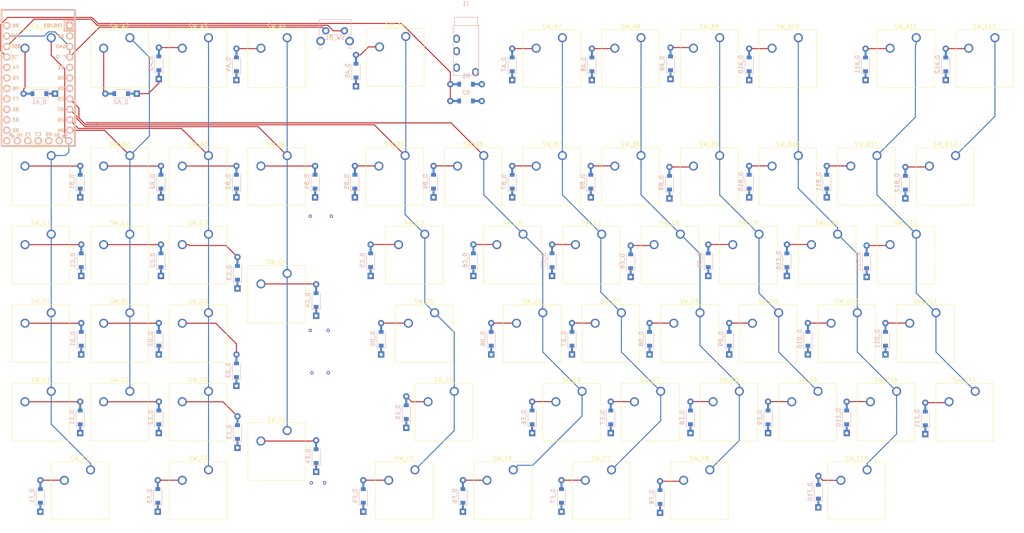
<source format=kicad_pcb>
(kicad_pcb (version 20171130) (host pcbnew "(5.1.4)-1")
  (layers (0 F.Cu signal) (31 B.Cu signal) (34 B.Paste user) (35 F.Paste user) (36 B.SilkS user) (37 F.SilkS user) (38 B.Mask user) (39 F.Mask user) (44 Edge.Cuts user))
  (net 0 "")
  (net 1 RowA)
  (net 2 "Net-(D_A1-Pad2)")
  (net 3 "Net-(D_A2-Pad2)")
  (net 4 "Net-(D_A3-Pad2)")
  (net 5 "Net-(D_A4-Pad2)")
  (net 6 "Net-(D_A5-Pad2)")
  (net 7 "Net-(D_A7-Pad2)")
  (net 8 "Net-(D_A8-Pad2)")
  (net 9 "Net-(D_A9-Pad2)")
  (net 10 "Net-(D_A10-Pad2)")
  (net 11 "Net-(D_A11-Pad2)")
  (net 12 "Net-(D_A12-Pad2)")
  (net 13 RowB)
  (net 14 "Net-(D_B1-Pad2)")
  (net 15 "Net-(D_B2-Pad2)")
  (net 16 "Net-(D_B3-Pad2)")
  (net 17 "Net-(D_B4-Pad2)")
  (net 18 "Net-(D_B5-Pad2)")
  (net 19 "Net-(D_B6-Pad2)")
  (net 20 "Net-(D_B7-Pad2)")
  (net 21 "Net-(D_B8-Pad2)")
  (net 22 "Net-(D_B9-Pad2)")
  (net 23 "Net-(D_B10-Pad2)")
  (net 24 "Net-(D_B11-Pad2)")
  (net 25 "Net-(D_B12-Pad2)")
  (net 26 "Net-(D_C1-Pad2)")
  (net 27 RowC)
  (net 28 "Net-(D_C2-Pad2)")
  (net 29 "Net-(D_C3-Pad2)")
  (net 30 "Net-(D_C4-Pad2)")
  (net 31 "Net-(D_C5-Pad2)")
  (net 32 "Net-(D_C6-Pad2)")
  (net 33 "Net-(D_C7-Pad2)")
  (net 34 "Net-(D_C8-Pad2)")
  (net 35 "Net-(D_C9-Pad2)")
  (net 36 "Net-(D_C10-Pad2)")
  (net 37 "Net-(D_C11-Pad2)")
  (net 38 RowD)
  (net 39 "Net-(D_D1-Pad2)")
  (net 40 "Net-(D_D2-Pad2)")
  (net 41 "Net-(D_D3-Pad2)")
  (net 42 "Net-(D_D5-Pad2)")
  (net 43 "Net-(D_D6-Pad2)")
  (net 44 "Net-(D_D7-Pad2)")
  (net 45 "Net-(D_D8-Pad2)")
  (net 46 "Net-(D_D9-Pad2)")
  (net 47 "Net-(D_D10-Pad2)")
  (net 48 "Net-(D_D11-Pad2)")
  (net 49 "Net-(D_E1-Pad2)")
  (net 50 RowE)
  (net 51 "Net-(D_E2-Pad2)")
  (net 52 "Net-(D_E3-Pad2)")
  (net 53 "Net-(D_E4-Pad2)")
  (net 54 "Net-(D_E5-Pad2)")
  (net 55 "Net-(D_E6-Pad2)")
  (net 56 "Net-(D_E7-Pad2)")
  (net 57 "Net-(D_E8-Pad2)")
  (net 58 "Net-(D_E9-Pad2)")
  (net 59 "Net-(D_E10-Pad2)")
  (net 60 "Net-(D_E11-Pad2)")
  (net 61 RowF)
  (net 62 "Net-(D_F1-Pad2)")
  (net 63 "Net-(D_F3-Pad2)")
  (net 64 "Net-(D_F5-Pad2)")
  (net 65 "Net-(D_F6-Pad2)")
  (net 66 "Net-(D_F7-Pad2)")
  (net 67 "Net-(D_F8-Pad2)")
  (net 68 "Net-(D_F10-Pad2)")
  (net 69 VCC)
  (net 70 Data1)
  (net 71 Data2)
  (net 72 Col1)
  (net 73 Col2)
  (net 74 Col3)
  (net 75 Col4)
  (net 76 Col5)
  (net 77 Col7)
  (net 78 Col8)
  (net 79 Col9)
  (net 80 Col10)
  (net 81 Col11)
  (net 82 Col12)
  (net 83 Col6)
  (net 84 Reset)
  (net 85 "Net-(U1-Pad24)")
  (net 86 "Net-(U1-Pad2)")
  (net 87 GND)
  (net 88 "Net-(U1-Pad1)")
  (net 89 "Net-(U1-Pad7)")
  (module Keebio-Parts:TRRS-PJ-320A (layer B.Cu) (at 140.97 32.766 180)
    (fp_text reference J1 (at 0.05 5.35 180) (layer B.SilkS) (effects (justify mirror)))
    (fp_text value AudioJack4)
    (pad R1 thru_hole oval (at 2.3 -6.2 180) (size 1.6 2) (drill oval 0.9 1.3) (layers *.Cu *.Mask) (net 70 Data1))
    (pad "" np_thru_hole circle (at 0 -1.6 180) (size 0.8 0.8) (drill 0.8) (layers *.Cu *.Mask))
    (pad "" np_thru_hole circle (at 0 -8.6 180) (size 0.8 0.8) (drill 0.8) (layers *.Cu *.Mask))
    (pad R2 thru_hole oval (at 2.3 -3.2 180) (size 1.6 2) (drill oval 0.9 1.3) (layers *.Cu *.Mask) (net 71 Data2))
    (pad T thru_hole oval (at 2.3 -10.2 180) (size 1.6 2) (drill oval 0.9 1.3) (layers *.Cu *.Mask) (net 69 VCC))
    (pad S thru_hole oval (at -2.3 -11.3 180) (size 1.6 2) (drill oval 0.9 1.3) (layers *.Cu *.Mask) (net 87 GND))
  )
  (module Button_Switch_Keyboard:SW_Cherry_MX_1.00u_PCB (layer F.Cu) (at 40.48125 35.71875)
    (fp_text reference SW_A1 (at -2.54 -2.794) (layer F.SilkS))
    (fp_text value SW_PUSH)
    (pad 1 thru_hole circle (at 0 0) (size 2.2 2.2) (drill 1.5) (layers *.Cu *.Mask) (net 72 Col1))
    (pad 2 thru_hole circle (at -6.35 2.54) (size 2.2 2.2) (drill 1.5) (layers *.Cu *.Mask) (net 2 "Net-(D_A1-Pad2)"))
    (pad "" np_thru_hole circle (at -2.54 5.08) (size 4 4) (drill 4) (layers *.Cu *.Mask))
    (pad "" np_thru_hole circle (at -7.62 5.08) (size 1.7 1.7) (drill 1.7) (layers *.Cu *.Mask))
    (pad "" np_thru_hole circle (at 2.54 5.08) (size 1.7 1.7) (drill 1.7) (layers *.Cu *.Mask))
  )
  (module Button_Switch_Keyboard:SW_Cherry_MX_1.00u_PCB (layer F.Cu) (at 59.53125 35.71875)
    (fp_text reference SW_A2 (at -2.54 -2.794) (layer F.SilkS))
    (fp_text value SW_PUSH)
    (pad 1 thru_hole circle (at 0 0) (size 2.2 2.2) (drill 1.5) (layers *.Cu *.Mask) (net 73 Col2))
    (pad 2 thru_hole circle (at -6.35 2.54) (size 2.2 2.2) (drill 1.5) (layers *.Cu *.Mask) (net 3 "Net-(D_A2-Pad2)"))
    (pad "" np_thru_hole circle (at -2.54 5.08) (size 4 4) (drill 4) (layers *.Cu *.Mask))
    (pad "" np_thru_hole circle (at -7.62 5.08) (size 1.7 1.7) (drill 1.7) (layers *.Cu *.Mask))
    (pad "" np_thru_hole circle (at 2.54 5.08) (size 1.7 1.7) (drill 1.7) (layers *.Cu *.Mask))
  )
  (module Button_Switch_Keyboard:SW_Cherry_MX_1.00u_PCB (layer F.Cu) (at 78.58125 35.71875)
    (fp_text reference SW_A3 (at -2.54 -2.794) (layer F.SilkS))
    (fp_text value SW_PUSH)
    (pad "" np_thru_hole circle (at 2.54 5.08) (size 1.7 1.7) (drill 1.7) (layers *.Cu *.Mask))
    (pad "" np_thru_hole circle (at -7.62 5.08) (size 1.7 1.7) (drill 1.7) (layers *.Cu *.Mask))
    (pad "" np_thru_hole circle (at -2.54 5.08) (size 4 4) (drill 4) (layers *.Cu *.Mask))
    (pad 2 thru_hole circle (at -6.35 2.54) (size 2.2 2.2) (drill 1.5) (layers *.Cu *.Mask) (net 4 "Net-(D_A3-Pad2)"))
    (pad 1 thru_hole circle (at 0 0) (size 2.2 2.2) (drill 1.5) (layers *.Cu *.Mask) (net 74 Col3))
  )
  (module Button_Switch_Keyboard:SW_Cherry_MX_1.00u_PCB (layer F.Cu) (at 97.63125 35.71875)
    (fp_text reference SW_A4 (at -2.54 -2.794) (layer F.SilkS))
    (fp_text value SW_PUSH)
    (pad 1 thru_hole circle (at 0 0) (size 2.2 2.2) (drill 1.5) (layers *.Cu *.Mask) (net 75 Col4))
    (pad 2 thru_hole circle (at -6.35 2.54) (size 2.2 2.2) (drill 1.5) (layers *.Cu *.Mask) (net 5 "Net-(D_A4-Pad2)"))
    (pad "" np_thru_hole circle (at -2.54 5.08) (size 4 4) (drill 4) (layers *.Cu *.Mask))
    (pad "" np_thru_hole circle (at -7.62 5.08) (size 1.7 1.7) (drill 1.7) (layers *.Cu *.Mask))
    (pad "" np_thru_hole circle (at 2.54 5.08) (size 1.7 1.7) (drill 1.7) (layers *.Cu *.Mask))
  )
  (module Button_Switch_Keyboard:SW_Cherry_MX_1.00u_PCB (layer F.Cu) (at 126.365 35.40125)
    (fp_text reference SW_A5 (at -2.54 -2.794) (layer F.SilkS))
    (fp_text value SW_PUSH)
    (pad "" np_thru_hole circle (at 2.54 5.08) (size 1.7 1.7) (drill 1.7) (layers *.Cu *.Mask))
    (pad "" np_thru_hole circle (at -7.62 5.08) (size 1.7 1.7) (drill 1.7) (layers *.Cu *.Mask))
    (pad "" np_thru_hole circle (at -2.54 5.08) (size 4 4) (drill 4) (layers *.Cu *.Mask))
    (pad 2 thru_hole circle (at -6.35 2.54) (size 2.2 2.2) (drill 1.5) (layers *.Cu *.Mask) (net 6 "Net-(D_A5-Pad2)"))
    (pad 1 thru_hole circle (at 0 0) (size 2.2 2.2) (drill 1.5) (layers *.Cu *.Mask) (net 76 Col5))
  )
  (module Button_Switch_Keyboard:SW_Cherry_MX_1.00u_PCB (layer F.Cu) (at 164.30625 35.71875)
    (fp_text reference SW_A7 (at -2.54 -2.794) (layer F.SilkS))
    (fp_text value SW_PUSH)
    (pad 1 thru_hole circle (at 0 0) (size 2.2 2.2) (drill 1.5) (layers *.Cu *.Mask) (net 77 Col7))
    (pad 2 thru_hole circle (at -6.35 2.54) (size 2.2 2.2) (drill 1.5) (layers *.Cu *.Mask) (net 7 "Net-(D_A7-Pad2)"))
    (pad "" np_thru_hole circle (at -2.54 5.08) (size 4 4) (drill 4) (layers *.Cu *.Mask))
    (pad "" np_thru_hole circle (at -7.62 5.08) (size 1.7 1.7) (drill 1.7) (layers *.Cu *.Mask))
    (pad "" np_thru_hole circle (at 2.54 5.08) (size 1.7 1.7) (drill 1.7) (layers *.Cu *.Mask))
  )
  (module Button_Switch_Keyboard:SW_Cherry_MX_1.00u_PCB (layer F.Cu) (at 183.35625 35.71875)
    (fp_text reference SW_A8 (at -2.54 -2.794) (layer F.SilkS))
    (fp_text value SW_PUSH)
    (pad 1 thru_hole circle (at 0 0) (size 2.2 2.2) (drill 1.5) (layers *.Cu *.Mask) (net 78 Col8))
    (pad 2 thru_hole circle (at -6.35 2.54) (size 2.2 2.2) (drill 1.5) (layers *.Cu *.Mask) (net 8 "Net-(D_A8-Pad2)"))
    (pad "" np_thru_hole circle (at -2.54 5.08) (size 4 4) (drill 4) (layers *.Cu *.Mask))
    (pad "" np_thru_hole circle (at -7.62 5.08) (size 1.7 1.7) (drill 1.7) (layers *.Cu *.Mask))
    (pad "" np_thru_hole circle (at 2.54 5.08) (size 1.7 1.7) (drill 1.7) (layers *.Cu *.Mask))
  )
  (module Button_Switch_Keyboard:SW_Cherry_MX_1.00u_PCB (layer F.Cu) (at 202.40625 35.71875)
    (fp_text reference SW_A9 (at -2.54 -2.794) (layer F.SilkS))
    (fp_text value SW_PUSH)
    (pad "" np_thru_hole circle (at 2.54 5.08) (size 1.7 1.7) (drill 1.7) (layers *.Cu *.Mask))
    (pad "" np_thru_hole circle (at -7.62 5.08) (size 1.7 1.7) (drill 1.7) (layers *.Cu *.Mask))
    (pad "" np_thru_hole circle (at -2.54 5.08) (size 4 4) (drill 4) (layers *.Cu *.Mask))
    (pad 2 thru_hole circle (at -6.35 2.54) (size 2.2 2.2) (drill 1.5) (layers *.Cu *.Mask) (net 9 "Net-(D_A9-Pad2)"))
    (pad 1 thru_hole circle (at 0 0) (size 2.2 2.2) (drill 1.5) (layers *.Cu *.Mask) (net 79 Col9))
  )
  (module Button_Switch_Keyboard:SW_Cherry_MX_1.00u_PCB (layer F.Cu) (at 221.45625 35.71875)
    (fp_text reference SW_A10 (at -2.54 -2.794) (layer F.SilkS))
    (fp_text value SW_PUSH)
    (pad "" np_thru_hole circle (at 2.54 5.08) (size 1.7 1.7) (drill 1.7) (layers *.Cu *.Mask))
    (pad "" np_thru_hole circle (at -7.62 5.08) (size 1.7 1.7) (drill 1.7) (layers *.Cu *.Mask))
    (pad "" np_thru_hole circle (at -2.54 5.08) (size 4 4) (drill 4) (layers *.Cu *.Mask))
    (pad 2 thru_hole circle (at -6.35 2.54) (size 2.2 2.2) (drill 1.5) (layers *.Cu *.Mask) (net 10 "Net-(D_A10-Pad2)"))
    (pad 1 thru_hole circle (at 0 0) (size 2.2 2.2) (drill 1.5) (layers *.Cu *.Mask) (net 80 Col10))
  )
  (module Button_Switch_Keyboard:SW_Cherry_MX_1.00u_PCB (layer F.Cu) (at 250.03125 35.71875)
    (fp_text reference SW_A11 (at -2.54 -2.794) (layer F.SilkS))
    (fp_text value SW_PUSH)
    (pad "" np_thru_hole circle (at 2.54 5.08) (size 1.7 1.7) (drill 1.7) (layers *.Cu *.Mask))
    (pad "" np_thru_hole circle (at -7.62 5.08) (size 1.7 1.7) (drill 1.7) (layers *.Cu *.Mask))
    (pad "" np_thru_hole circle (at -2.54 5.08) (size 4 4) (drill 4) (layers *.Cu *.Mask))
    (pad 2 thru_hole circle (at -6.35 2.54) (size 2.2 2.2) (drill 1.5) (layers *.Cu *.Mask) (net 11 "Net-(D_A11-Pad2)"))
    (pad 1 thru_hole circle (at 0 0) (size 2.2 2.2) (drill 1.5) (layers *.Cu *.Mask) (net 81 Col11))
  )
  (module Button_Switch_Keyboard:SW_Cherry_MX_1.00u_PCB (layer F.Cu) (at 269.08125 35.71875)
    (fp_text reference SW_A12 (at -2.54 -2.794) (layer F.SilkS))
    (fp_text value SW_PUSH)
    (pad 1 thru_hole circle (at 0 0) (size 2.2 2.2) (drill 1.5) (layers *.Cu *.Mask) (net 82 Col12))
    (pad 2 thru_hole circle (at -6.35 2.54) (size 2.2 2.2) (drill 1.5) (layers *.Cu *.Mask) (net 12 "Net-(D_A12-Pad2)"))
    (pad "" np_thru_hole circle (at -2.54 5.08) (size 4 4) (drill 4) (layers *.Cu *.Mask))
    (pad "" np_thru_hole circle (at -7.62 5.08) (size 1.7 1.7) (drill 1.7) (layers *.Cu *.Mask))
    (pad "" np_thru_hole circle (at 2.54 5.08) (size 1.7 1.7) (drill 1.7) (layers *.Cu *.Mask))
  )
  (module Button_Switch_Keyboard:SW_Cherry_MX_1.00u_PCB (layer F.Cu) (at 40.48125 64.29375)
    (fp_text reference SW_B1 (at -2.54 -2.794) (layer F.SilkS))
    (fp_text value SW_PUSH)
    (pad "" np_thru_hole circle (at 2.54 5.08) (size 1.7 1.7) (drill 1.7) (layers *.Cu *.Mask))
    (pad "" np_thru_hole circle (at -7.62 5.08) (size 1.7 1.7) (drill 1.7) (layers *.Cu *.Mask))
    (pad "" np_thru_hole circle (at -2.54 5.08) (size 4 4) (drill 4) (layers *.Cu *.Mask))
    (pad 2 thru_hole circle (at -6.35 2.54) (size 2.2 2.2) (drill 1.5) (layers *.Cu *.Mask) (net 14 "Net-(D_B1-Pad2)"))
    (pad 1 thru_hole circle (at 0 0) (size 2.2 2.2) (drill 1.5) (layers *.Cu *.Mask) (net 72 Col1))
  )
  (module Button_Switch_Keyboard:SW_Cherry_MX_1.00u_PCB (layer F.Cu) (at 59.53125 64.29375)
    (fp_text reference SW_B2 (at -2.54 -2.794) (layer F.SilkS))
    (fp_text value SW_PUSH)
    (pad 1 thru_hole circle (at 0 0) (size 2.2 2.2) (drill 1.5) (layers *.Cu *.Mask) (net 73 Col2))
    (pad 2 thru_hole circle (at -6.35 2.54) (size 2.2 2.2) (drill 1.5) (layers *.Cu *.Mask) (net 15 "Net-(D_B2-Pad2)"))
    (pad "" np_thru_hole circle (at -2.54 5.08) (size 4 4) (drill 4) (layers *.Cu *.Mask))
    (pad "" np_thru_hole circle (at -7.62 5.08) (size 1.7 1.7) (drill 1.7) (layers *.Cu *.Mask))
    (pad "" np_thru_hole circle (at 2.54 5.08) (size 1.7 1.7) (drill 1.7) (layers *.Cu *.Mask))
  )
  (module Button_Switch_Keyboard:SW_Cherry_MX_1.00u_PCB (layer F.Cu) (at 78.58125 64.29375)
    (fp_text reference SW_B3 (at -2.54 -2.794) (layer F.SilkS))
    (fp_text value SW_PUSH)
    (pad "" np_thru_hole circle (at 2.54 5.08) (size 1.7 1.7) (drill 1.7) (layers *.Cu *.Mask))
    (pad "" np_thru_hole circle (at -7.62 5.08) (size 1.7 1.7) (drill 1.7) (layers *.Cu *.Mask))
    (pad "" np_thru_hole circle (at -2.54 5.08) (size 4 4) (drill 4) (layers *.Cu *.Mask))
    (pad 2 thru_hole circle (at -6.35 2.54) (size 2.2 2.2) (drill 1.5) (layers *.Cu *.Mask) (net 16 "Net-(D_B3-Pad2)"))
    (pad 1 thru_hole circle (at 0 0) (size 2.2 2.2) (drill 1.5) (layers *.Cu *.Mask) (net 74 Col3))
  )
  (module Button_Switch_Keyboard:SW_Cherry_MX_1.00u_PCB (layer F.Cu) (at 97.63125 64.29375)
    (fp_text reference SW_B4 (at -2.54 -2.794) (layer F.SilkS))
    (fp_text value SW_PUSH)
    (pad "" np_thru_hole circle (at 2.54 5.08) (size 1.7 1.7) (drill 1.7) (layers *.Cu *.Mask))
    (pad "" np_thru_hole circle (at -7.62 5.08) (size 1.7 1.7) (drill 1.7) (layers *.Cu *.Mask))
    (pad "" np_thru_hole circle (at -2.54 5.08) (size 4 4) (drill 4) (layers *.Cu *.Mask))
    (pad 2 thru_hole circle (at -6.35 2.54) (size 2.2 2.2) (drill 1.5) (layers *.Cu *.Mask) (net 17 "Net-(D_B4-Pad2)"))
    (pad 1 thru_hole circle (at 0 0) (size 2.2 2.2) (drill 1.5) (layers *.Cu *.Mask) (net 75 Col4))
  )
  (module Button_Switch_Keyboard:SW_Cherry_MX_1.00u_PCB (layer F.Cu) (at 126.20625 64.29375)
    (fp_text reference SW_B5 (at -2.54 -2.794) (layer F.SilkS))
    (fp_text value SW_PUSH)
    (pad 1 thru_hole circle (at 0 0) (size 2.2 2.2) (drill 1.5) (layers *.Cu *.Mask) (net 76 Col5))
    (pad 2 thru_hole circle (at -6.35 2.54) (size 2.2 2.2) (drill 1.5) (layers *.Cu *.Mask) (net 18 "Net-(D_B5-Pad2)"))
    (pad "" np_thru_hole circle (at -2.54 5.08) (size 4 4) (drill 4) (layers *.Cu *.Mask))
    (pad "" np_thru_hole circle (at -7.62 5.08) (size 1.7 1.7) (drill 1.7) (layers *.Cu *.Mask))
    (pad "" np_thru_hole circle (at 2.54 5.08) (size 1.7 1.7) (drill 1.7) (layers *.Cu *.Mask))
  )
  (module Button_Switch_Keyboard:SW_Cherry_MX_1.00u_PCB (layer F.Cu) (at 145.25625 64.29375)
    (fp_text reference SW_B6 (at -2.54 -2.794) (layer F.SilkS))
    (fp_text value SW_PUSH)
    (pad 1 thru_hole circle (at 0 0) (size 2.2 2.2) (drill 1.5) (layers *.Cu *.Mask) (net 83 Col6))
    (pad 2 thru_hole circle (at -6.35 2.54) (size 2.2 2.2) (drill 1.5) (layers *.Cu *.Mask) (net 19 "Net-(D_B6-Pad2)"))
    (pad "" np_thru_hole circle (at -2.54 5.08) (size 4 4) (drill 4) (layers *.Cu *.Mask))
    (pad "" np_thru_hole circle (at -7.62 5.08) (size 1.7 1.7) (drill 1.7) (layers *.Cu *.Mask))
    (pad "" np_thru_hole circle (at 2.54 5.08) (size 1.7 1.7) (drill 1.7) (layers *.Cu *.Mask))
  )
  (module Button_Switch_Keyboard:SW_Cherry_MX_1.00u_PCB (layer F.Cu) (at 164.30625 64.29375)
    (fp_text reference SW_B7 (at -2.54 -2.794) (layer F.SilkS))
    (fp_text value SW_PUSH)
    (pad "" np_thru_hole circle (at 2.54 5.08) (size 1.7 1.7) (drill 1.7) (layers *.Cu *.Mask))
    (pad "" np_thru_hole circle (at -7.62 5.08) (size 1.7 1.7) (drill 1.7) (layers *.Cu *.Mask))
    (pad "" np_thru_hole circle (at -2.54 5.08) (size 4 4) (drill 4) (layers *.Cu *.Mask))
    (pad 2 thru_hole circle (at -6.35 2.54) (size 2.2 2.2) (drill 1.5) (layers *.Cu *.Mask) (net 20 "Net-(D_B7-Pad2)"))
    (pad 1 thru_hole circle (at 0 0) (size 2.2 2.2) (drill 1.5) (layers *.Cu *.Mask) (net 77 Col7))
  )
  (module Button_Switch_Keyboard:SW_Cherry_MX_1.00u_PCB (layer F.Cu) (at 183.35625 64.29375)
    (fp_text reference SW_B8 (at -2.54 -2.794) (layer F.SilkS))
    (fp_text value SW_PUSH)
    (pad "" np_thru_hole circle (at 2.54 5.08) (size 1.7 1.7) (drill 1.7) (layers *.Cu *.Mask))
    (pad "" np_thru_hole circle (at -7.62 5.08) (size 1.7 1.7) (drill 1.7) (layers *.Cu *.Mask))
    (pad "" np_thru_hole circle (at -2.54 5.08) (size 4 4) (drill 4) (layers *.Cu *.Mask))
    (pad 2 thru_hole circle (at -6.35 2.54) (size 2.2 2.2) (drill 1.5) (layers *.Cu *.Mask) (net 21 "Net-(D_B8-Pad2)"))
    (pad 1 thru_hole circle (at 0 0) (size 2.2 2.2) (drill 1.5) (layers *.Cu *.Mask) (net 78 Col8))
  )
  (module Button_Switch_Keyboard:SW_Cherry_MX_1.00u_PCB (layer F.Cu) (at 202.40625 64.29375)
    (fp_text reference SW_B9 (at -2.54 -2.794) (layer F.SilkS))
    (fp_text value SW_PUSH)
    (pad 1 thru_hole circle (at 0 0) (size 2.2 2.2) (drill 1.5) (layers *.Cu *.Mask) (net 79 Col9))
    (pad 2 thru_hole circle (at -6.35 2.54) (size 2.2 2.2) (drill 1.5) (layers *.Cu *.Mask) (net 22 "Net-(D_B9-Pad2)"))
    (pad "" np_thru_hole circle (at -2.54 5.08) (size 4 4) (drill 4) (layers *.Cu *.Mask))
    (pad "" np_thru_hole circle (at -7.62 5.08) (size 1.7 1.7) (drill 1.7) (layers *.Cu *.Mask))
    (pad "" np_thru_hole circle (at 2.54 5.08) (size 1.7 1.7) (drill 1.7) (layers *.Cu *.Mask))
  )
  (module Button_Switch_Keyboard:SW_Cherry_MX_1.00u_PCB (layer F.Cu) (at 221.45625 64.29375)
    (fp_text reference SW_B10 (at -2.54 -2.794) (layer F.SilkS))
    (fp_text value SW_PUSH)
    (pad 1 thru_hole circle (at 0 0) (size 2.2 2.2) (drill 1.5) (layers *.Cu *.Mask) (net 80 Col10))
    (pad 2 thru_hole circle (at -6.35 2.54) (size 2.2 2.2) (drill 1.5) (layers *.Cu *.Mask) (net 23 "Net-(D_B10-Pad2)"))
    (pad "" np_thru_hole circle (at -2.54 5.08) (size 4 4) (drill 4) (layers *.Cu *.Mask))
    (pad "" np_thru_hole circle (at -7.62 5.08) (size 1.7 1.7) (drill 1.7) (layers *.Cu *.Mask))
    (pad "" np_thru_hole circle (at 2.54 5.08) (size 1.7 1.7) (drill 1.7) (layers *.Cu *.Mask))
  )
  (module Button_Switch_Keyboard:SW_Cherry_MX_1.00u_PCB (layer F.Cu) (at 240.50625 64.29375)
    (fp_text reference SW_B11 (at -2.54 -2.794) (layer F.SilkS))
    (fp_text value SW_PUSH)
    (pad 1 thru_hole circle (at 0 0) (size 2.2 2.2) (drill 1.5) (layers *.Cu *.Mask) (net 81 Col11))
    (pad 2 thru_hole circle (at -6.35 2.54) (size 2.2 2.2) (drill 1.5) (layers *.Cu *.Mask) (net 24 "Net-(D_B11-Pad2)"))
    (pad "" np_thru_hole circle (at -2.54 5.08) (size 4 4) (drill 4) (layers *.Cu *.Mask))
    (pad "" np_thru_hole circle (at -7.62 5.08) (size 1.7 1.7) (drill 1.7) (layers *.Cu *.Mask))
    (pad "" np_thru_hole circle (at 2.54 5.08) (size 1.7 1.7) (drill 1.7) (layers *.Cu *.Mask))
  )
  (module Button_Switch_Keyboard:SW_Cherry_MX_1.00u_PCB (layer F.Cu) (at 259.55625 64.29375)
    (fp_text reference SW_B12 (at -2.54 -2.794) (layer F.SilkS))
    (fp_text value SW_PUSH)
    (pad "" np_thru_hole circle (at 2.54 5.08) (size 1.7 1.7) (drill 1.7) (layers *.Cu *.Mask))
    (pad "" np_thru_hole circle (at -7.62 5.08) (size 1.7 1.7) (drill 1.7) (layers *.Cu *.Mask))
    (pad "" np_thru_hole circle (at -2.54 5.08) (size 4 4) (drill 4) (layers *.Cu *.Mask))
    (pad 2 thru_hole circle (at -6.35 2.54) (size 2.2 2.2) (drill 1.5) (layers *.Cu *.Mask) (net 25 "Net-(D_B12-Pad2)"))
    (pad 1 thru_hole circle (at 0 0) (size 2.2 2.2) (drill 1.5) (layers *.Cu *.Mask) (net 82 Col12))
  )
  (module Button_Switch_Keyboard:SW_Cherry_MX_1.00u_PCB (layer F.Cu) (at 40.48125 83.34375)
    (fp_text reference SW_C1 (at -2.54 -2.794) (layer F.SilkS))
    (fp_text value SW_PUSH)
    (pad 1 thru_hole circle (at 0 0) (size 2.2 2.2) (drill 1.5) (layers *.Cu *.Mask) (net 72 Col1))
    (pad 2 thru_hole circle (at -6.35 2.54) (size 2.2 2.2) (drill 1.5) (layers *.Cu *.Mask) (net 26 "Net-(D_C1-Pad2)"))
    (pad "" np_thru_hole circle (at -2.54 5.08) (size 4 4) (drill 4) (layers *.Cu *.Mask))
    (pad "" np_thru_hole circle (at -7.62 5.08) (size 1.7 1.7) (drill 1.7) (layers *.Cu *.Mask))
    (pad "" np_thru_hole circle (at 2.54 5.08) (size 1.7 1.7) (drill 1.7) (layers *.Cu *.Mask))
  )
  (module Button_Switch_Keyboard:SW_Cherry_MX_1.00u_PCB (layer F.Cu) (at 59.53125 83.34375)
    (fp_text reference SW_C2 (at -2.54 -2.794) (layer F.SilkS))
    (fp_text value SW_PUSH)
    (pad 1 thru_hole circle (at 0 0) (size 2.2 2.2) (drill 1.5) (layers *.Cu *.Mask) (net 73 Col2))
    (pad 2 thru_hole circle (at -6.35 2.54) (size 2.2 2.2) (drill 1.5) (layers *.Cu *.Mask) (net 28 "Net-(D_C2-Pad2)"))
    (pad "" np_thru_hole circle (at -2.54 5.08) (size 4 4) (drill 4) (layers *.Cu *.Mask))
    (pad "" np_thru_hole circle (at -7.62 5.08) (size 1.7 1.7) (drill 1.7) (layers *.Cu *.Mask))
    (pad "" np_thru_hole circle (at 2.54 5.08) (size 1.7 1.7) (drill 1.7) (layers *.Cu *.Mask))
  )
  (module Button_Switch_Keyboard:SW_Cherry_MX_1.00u_PCB (layer F.Cu) (at 78.58125 83.34375)
    (fp_text reference SW_C3 (at -2.54 -2.794) (layer F.SilkS))
    (fp_text value SW_PUSH)
    (pad "" np_thru_hole circle (at 2.54 5.08) (size 1.7 1.7) (drill 1.7) (layers *.Cu *.Mask))
    (pad "" np_thru_hole circle (at -7.62 5.08) (size 1.7 1.7) (drill 1.7) (layers *.Cu *.Mask))
    (pad "" np_thru_hole circle (at -2.54 5.08) (size 4 4) (drill 4) (layers *.Cu *.Mask))
    (pad 2 thru_hole circle (at -6.35 2.54) (size 2.2 2.2) (drill 1.5) (layers *.Cu *.Mask) (net 29 "Net-(D_C3-Pad2)"))
    (pad 1 thru_hole circle (at 0 0) (size 2.2 2.2) (drill 1.5) (layers *.Cu *.Mask) (net 74 Col3))
  )
  (module Button_Switch_Keyboard:SW_Cherry_MX_2.00u_Vertical_PCB (layer F.Cu) (at 97.63125 92.86875)
    (fp_text reference SW_C4 (at -2.54 -2.794) (layer F.SilkS))
    (fp_text value SW_PUSH)
    (pad "" np_thru_hole circle (at -9.54 -6.82) (size 3.05 3.05) (drill 3.05) (layers *.Cu *.Mask))
    (pad "" np_thru_hole circle (at -9.54 16.98) (size 3.05 3.05) (drill 3.05) (layers *.Cu *.Mask))
    (pad "" np_thru_hole circle (at 5.7 16.98) (size 4 4) (drill 4) (layers *.Cu *.Mask))
    (pad "" np_thru_hole circle (at 5.7 -6.82) (size 4 4) (drill 4) (layers *.Cu *.Mask))
    (pad "" np_thru_hole circle (at 2.54 5.08) (size 1.7 1.7) (drill 1.7) (layers *.Cu *.Mask))
    (pad "" np_thru_hole circle (at -7.62 5.08) (size 1.7 1.7) (drill 1.7) (layers *.Cu *.Mask))
    (pad "" np_thru_hole circle (at -2.54 5.08) (size 4 4) (drill 4) (layers *.Cu *.Mask))
    (pad 2 thru_hole circle (at -6.35 2.54) (size 2.2 2.2) (drill 1.5) (layers *.Cu *.Mask) (net 30 "Net-(D_C4-Pad2)"))
    (pad 1 thru_hole circle (at 0 0) (size 2.2 2.2) (drill 1.5) (layers *.Cu *.Mask) (net 75 Col4))
  )
  (module Button_Switch_Keyboard:SW_Cherry_MX_1.50u_PCB (layer F.Cu) (at 130.96875 83.34375)
    (fp_text reference SW_C5 (at -2.54 -2.794) (layer F.SilkS))
    (fp_text value SW_PUSH)
    (pad 1 thru_hole circle (at 0 0) (size 2.2 2.2) (drill 1.5) (layers *.Cu *.Mask) (net 76 Col5))
    (pad 2 thru_hole circle (at -6.35 2.54) (size 2.2 2.2) (drill 1.5) (layers *.Cu *.Mask) (net 31 "Net-(D_C5-Pad2)"))
    (pad "" np_thru_hole circle (at -2.54 5.08) (size 4 4) (drill 4) (layers *.Cu *.Mask))
    (pad "" np_thru_hole circle (at -7.62 5.08) (size 1.7 1.7) (drill 1.7) (layers *.Cu *.Mask))
    (pad "" np_thru_hole circle (at 2.54 5.08) (size 1.7 1.7) (drill 1.7) (layers *.Cu *.Mask))
  )
  (module Button_Switch_Keyboard:SW_Cherry_MX_1.00u_PCB (layer F.Cu) (at 154.78125 83.34375)
    (fp_text reference SW_C6 (at -2.54 -2.794) (layer F.SilkS))
    (fp_text value SW_PUSH)
    (pad "" np_thru_hole circle (at 2.54 5.08) (size 1.7 1.7) (drill 1.7) (layers *.Cu *.Mask))
    (pad "" np_thru_hole circle (at -7.62 5.08) (size 1.7 1.7) (drill 1.7) (layers *.Cu *.Mask))
    (pad "" np_thru_hole circle (at -2.54 5.08) (size 4 4) (drill 4) (layers *.Cu *.Mask))
    (pad 2 thru_hole circle (at -6.35 2.54) (size 2.2 2.2) (drill 1.5) (layers *.Cu *.Mask) (net 32 "Net-(D_C6-Pad2)"))
    (pad 1 thru_hole circle (at 0 0) (size 2.2 2.2) (drill 1.5) (layers *.Cu *.Mask) (net 83 Col6))
  )
  (module Button_Switch_Keyboard:SW_Cherry_MX_1.00u_PCB (layer F.Cu) (at 173.83125 83.34375)
    (fp_text reference SW_C7 (at -2.54 -2.794) (layer F.SilkS))
    (fp_text value SW_PUSH)
    (pad 1 thru_hole circle (at 0 0) (size 2.2 2.2) (drill 1.5) (layers *.Cu *.Mask) (net 77 Col7))
    (pad 2 thru_hole circle (at -6.35 2.54) (size 2.2 2.2) (drill 1.5) (layers *.Cu *.Mask) (net 33 "Net-(D_C7-Pad2)"))
    (pad "" np_thru_hole circle (at -2.54 5.08) (size 4 4) (drill 4) (layers *.Cu *.Mask))
    (pad "" np_thru_hole circle (at -7.62 5.08) (size 1.7 1.7) (drill 1.7) (layers *.Cu *.Mask))
    (pad "" np_thru_hole circle (at 2.54 5.08) (size 1.7 1.7) (drill 1.7) (layers *.Cu *.Mask))
  )
  (module Button_Switch_Keyboard:SW_Cherry_MX_1.00u_PCB (layer F.Cu) (at 192.88125 83.34375)
    (fp_text reference SW_C8 (at -2.54 -2.794) (layer F.SilkS))
    (fp_text value SW_PUSH)
    (pad "" np_thru_hole circle (at 2.54 5.08) (size 1.7 1.7) (drill 1.7) (layers *.Cu *.Mask))
    (pad "" np_thru_hole circle (at -7.62 5.08) (size 1.7 1.7) (drill 1.7) (layers *.Cu *.Mask))
    (pad "" np_thru_hole circle (at -2.54 5.08) (size 4 4) (drill 4) (layers *.Cu *.Mask))
    (pad 2 thru_hole circle (at -6.35 2.54) (size 2.2 2.2) (drill 1.5) (layers *.Cu *.Mask) (net 34 "Net-(D_C8-Pad2)"))
    (pad 1 thru_hole circle (at 0 0) (size 2.2 2.2) (drill 1.5) (layers *.Cu *.Mask) (net 78 Col8))
  )
  (module Button_Switch_Keyboard:SW_Cherry_MX_1.00u_PCB (layer F.Cu) (at 211.93125 83.34375)
    (fp_text reference SW_C9 (at -2.54 -2.794) (layer F.SilkS))
    (fp_text value SW_PUSH)
    (pad "" np_thru_hole circle (at 2.54 5.08) (size 1.7 1.7) (drill 1.7) (layers *.Cu *.Mask))
    (pad "" np_thru_hole circle (at -7.62 5.08) (size 1.7 1.7) (drill 1.7) (layers *.Cu *.Mask))
    (pad "" np_thru_hole circle (at -2.54 5.08) (size 4 4) (drill 4) (layers *.Cu *.Mask))
    (pad 2 thru_hole circle (at -6.35 2.54) (size 2.2 2.2) (drill 1.5) (layers *.Cu *.Mask) (net 35 "Net-(D_C9-Pad2)"))
    (pad 1 thru_hole circle (at 0 0) (size 2.2 2.2) (drill 1.5) (layers *.Cu *.Mask) (net 79 Col9))
  )
  (module Button_Switch_Keyboard:SW_Cherry_MX_1.00u_PCB (layer F.Cu) (at 230.98125 83.34375)
    (fp_text reference SW_C10 (at -2.54 -2.794) (layer F.SilkS))
    (fp_text value SW_PUSH)
    (pad "" np_thru_hole circle (at 2.54 5.08) (size 1.7 1.7) (drill 1.7) (layers *.Cu *.Mask))
    (pad "" np_thru_hole circle (at -7.62 5.08) (size 1.7 1.7) (drill 1.7) (layers *.Cu *.Mask))
    (pad "" np_thru_hole circle (at -2.54 5.08) (size 4 4) (drill 4) (layers *.Cu *.Mask))
    (pad 2 thru_hole circle (at -6.35 2.54) (size 2.2 2.2) (drill 1.5) (layers *.Cu *.Mask) (net 36 "Net-(D_C10-Pad2)"))
    (pad 1 thru_hole circle (at 0 0) (size 2.2 2.2) (drill 1.5) (layers *.Cu *.Mask) (net 80 Col10))
  )
  (module Button_Switch_Keyboard:SW_Cherry_MX_1.00u_PCB (layer F.Cu) (at 250.03125 83.34375)
    (fp_text reference SW_C11 (at -2.54 -2.794) (layer F.SilkS))
    (fp_text value SW_PUSH)
    (pad "" np_thru_hole circle (at 2.54 5.08) (size 1.7 1.7) (drill 1.7) (layers *.Cu *.Mask))
    (pad "" np_thru_hole circle (at -7.62 5.08) (size 1.7 1.7) (drill 1.7) (layers *.Cu *.Mask))
    (pad "" np_thru_hole circle (at -2.54 5.08) (size 4 4) (drill 4) (layers *.Cu *.Mask))
    (pad 2 thru_hole circle (at -6.35 2.54) (size 2.2 2.2) (drill 1.5) (layers *.Cu *.Mask) (net 37 "Net-(D_C11-Pad2)"))
    (pad 1 thru_hole circle (at 0 0) (size 2.2 2.2) (drill 1.5) (layers *.Cu *.Mask) (net 81 Col11))
  )
  (module Button_Switch_Keyboard:SW_Cherry_MX_1.00u_PCB (layer F.Cu) (at 40.48125 102.39375)
    (fp_text reference SW_D1 (at -2.54 -2.794) (layer F.SilkS))
    (fp_text value SW_PUSH)
    (pad 1 thru_hole circle (at 0 0) (size 2.2 2.2) (drill 1.5) (layers *.Cu *.Mask) (net 72 Col1))
    (pad 2 thru_hole circle (at -6.35 2.54) (size 2.2 2.2) (drill 1.5) (layers *.Cu *.Mask) (net 39 "Net-(D_D1-Pad2)"))
    (pad "" np_thru_hole circle (at -2.54 5.08) (size 4 4) (drill 4) (layers *.Cu *.Mask))
    (pad "" np_thru_hole circle (at -7.62 5.08) (size 1.7 1.7) (drill 1.7) (layers *.Cu *.Mask))
    (pad "" np_thru_hole circle (at 2.54 5.08) (size 1.7 1.7) (drill 1.7) (layers *.Cu *.Mask))
  )
  (module Button_Switch_Keyboard:SW_Cherry_MX_1.00u_PCB (layer F.Cu) (at 59.53125 102.39375)
    (fp_text reference SW_D2 (at -2.54 -2.794) (layer F.SilkS))
    (fp_text value SW_PUSH)
    (pad 1 thru_hole circle (at 0 0) (size 2.2 2.2) (drill 1.5) (layers *.Cu *.Mask) (net 73 Col2))
    (pad 2 thru_hole circle (at -6.35 2.54) (size 2.2 2.2) (drill 1.5) (layers *.Cu *.Mask) (net 40 "Net-(D_D2-Pad2)"))
    (pad "" np_thru_hole circle (at -2.54 5.08) (size 4 4) (drill 4) (layers *.Cu *.Mask))
    (pad "" np_thru_hole circle (at -7.62 5.08) (size 1.7 1.7) (drill 1.7) (layers *.Cu *.Mask))
    (pad "" np_thru_hole circle (at 2.54 5.08) (size 1.7 1.7) (drill 1.7) (layers *.Cu *.Mask))
  )
  (module Button_Switch_Keyboard:SW_Cherry_MX_1.00u_PCB (layer F.Cu) (at 78.58125 102.39375)
    (fp_text reference SW_D3 (at -2.54 -2.794) (layer F.SilkS))
    (fp_text value SW_PUSH)
    (pad 1 thru_hole circle (at 0 0) (size 2.2 2.2) (drill 1.5) (layers *.Cu *.Mask) (net 74 Col3))
    (pad 2 thru_hole circle (at -6.35 2.54) (size 2.2 2.2) (drill 1.5) (layers *.Cu *.Mask) (net 41 "Net-(D_D3-Pad2)"))
    (pad "" np_thru_hole circle (at -2.54 5.08) (size 4 4) (drill 4) (layers *.Cu *.Mask))
    (pad "" np_thru_hole circle (at -7.62 5.08) (size 1.7 1.7) (drill 1.7) (layers *.Cu *.Mask))
    (pad "" np_thru_hole circle (at 2.54 5.08) (size 1.7 1.7) (drill 1.7) (layers *.Cu *.Mask))
  )
  (module Button_Switch_Keyboard:SW_Cherry_MX_1.75u_PCB (layer F.Cu) (at 133.35 102.39375)
    (fp_text reference SW_D5 (at -2.54 -2.794) (layer F.SilkS))
    (fp_text value SW_PUSH)
    (pad 1 thru_hole circle (at 0 0) (size 2.2 2.2) (drill 1.5) (layers *.Cu *.Mask) (net 76 Col5))
    (pad 2 thru_hole circle (at -6.35 2.54) (size 2.2 2.2) (drill 1.5) (layers *.Cu *.Mask) (net 42 "Net-(D_D5-Pad2)"))
    (pad "" np_thru_hole circle (at -2.54 5.08) (size 4 4) (drill 4) (layers *.Cu *.Mask))
    (pad "" np_thru_hole circle (at -7.62 5.08) (size 1.7 1.7) (drill 1.7) (layers *.Cu *.Mask))
    (pad "" np_thru_hole circle (at 2.54 5.08) (size 1.7 1.7) (drill 1.7) (layers *.Cu *.Mask))
  )
  (module Button_Switch_Keyboard:SW_Cherry_MX_1.00u_PCB (layer F.Cu) (at 159.54375 102.39375)
    (fp_text reference SW_D6 (at -2.54 -2.794) (layer F.SilkS))
    (fp_text value SW_PUSH)
    (pad 1 thru_hole circle (at 0 0) (size 2.2 2.2) (drill 1.5) (layers *.Cu *.Mask) (net 83 Col6))
    (pad 2 thru_hole circle (at -6.35 2.54) (size 2.2 2.2) (drill 1.5) (layers *.Cu *.Mask) (net 43 "Net-(D_D6-Pad2)"))
    (pad "" np_thru_hole circle (at -2.54 5.08) (size 4 4) (drill 4) (layers *.Cu *.Mask))
    (pad "" np_thru_hole circle (at -7.62 5.08) (size 1.7 1.7) (drill 1.7) (layers *.Cu *.Mask))
    (pad "" np_thru_hole circle (at 2.54 5.08) (size 1.7 1.7) (drill 1.7) (layers *.Cu *.Mask))
  )
  (module Button_Switch_Keyboard:SW_Cherry_MX_1.00u_PCB (layer F.Cu) (at 178.59375 102.39375)
    (fp_text reference SW_D7 (at -2.54 -2.794) (layer F.SilkS))
    (fp_text value SW_PUSH)
    (pad "" np_thru_hole circle (at 2.54 5.08) (size 1.7 1.7) (drill 1.7) (layers *.Cu *.Mask))
    (pad "" np_thru_hole circle (at -7.62 5.08) (size 1.7 1.7) (drill 1.7) (layers *.Cu *.Mask))
    (pad "" np_thru_hole circle (at -2.54 5.08) (size 4 4) (drill 4) (layers *.Cu *.Mask))
    (pad 2 thru_hole circle (at -6.35 2.54) (size 2.2 2.2) (drill 1.5) (layers *.Cu *.Mask) (net 44 "Net-(D_D7-Pad2)"))
    (pad 1 thru_hole circle (at 0 0) (size 2.2 2.2) (drill 1.5) (layers *.Cu *.Mask) (net 77 Col7))
  )
  (module Button_Switch_Keyboard:SW_Cherry_MX_1.00u_PCB (layer F.Cu) (at 197.64375 102.39375)
    (fp_text reference SW_D8 (at -2.54 -2.794) (layer F.SilkS))
    (fp_text value SW_PUSH)
    (pad "" np_thru_hole circle (at 2.54 5.08) (size 1.7 1.7) (drill 1.7) (layers *.Cu *.Mask))
    (pad "" np_thru_hole circle (at -7.62 5.08) (size 1.7 1.7) (drill 1.7) (layers *.Cu *.Mask))
    (pad "" np_thru_hole circle (at -2.54 5.08) (size 4 4) (drill 4) (layers *.Cu *.Mask))
    (pad 2 thru_hole circle (at -6.35 2.54) (size 2.2 2.2) (drill 1.5) (layers *.Cu *.Mask) (net 45 "Net-(D_D8-Pad2)"))
    (pad 1 thru_hole circle (at 0 0) (size 2.2 2.2) (drill 1.5) (layers *.Cu *.Mask) (net 78 Col8))
  )
  (module Button_Switch_Keyboard:SW_Cherry_MX_1.00u_PCB (layer F.Cu) (at 216.69375 102.39375)
    (fp_text reference SW_D9 (at -2.54 -2.794) (layer F.SilkS))
    (fp_text value SW_PUSH)
    (pad 1 thru_hole circle (at 0 0) (size 2.2 2.2) (drill 1.5) (layers *.Cu *.Mask) (net 79 Col9))
    (pad 2 thru_hole circle (at -6.35 2.54) (size 2.2 2.2) (drill 1.5) (layers *.Cu *.Mask) (net 46 "Net-(D_D9-Pad2)"))
    (pad "" np_thru_hole circle (at -2.54 5.08) (size 4 4) (drill 4) (layers *.Cu *.Mask))
    (pad "" np_thru_hole circle (at -7.62 5.08) (size 1.7 1.7) (drill 1.7) (layers *.Cu *.Mask))
    (pad "" np_thru_hole circle (at 2.54 5.08) (size 1.7 1.7) (drill 1.7) (layers *.Cu *.Mask))
  )
  (module Button_Switch_Keyboard:SW_Cherry_MX_1.00u_PCB (layer F.Cu) (at 235.74375 102.39375)
    (fp_text reference SW_D10 (at -2.54 -2.794) (layer F.SilkS))
    (fp_text value SW_PUSH)
    (pad 1 thru_hole circle (at 0 0) (size 2.2 2.2) (drill 1.5) (layers *.Cu *.Mask) (net 80 Col10))
    (pad 2 thru_hole circle (at -6.35 2.54) (size 2.2 2.2) (drill 1.5) (layers *.Cu *.Mask) (net 47 "Net-(D_D10-Pad2)"))
    (pad "" np_thru_hole circle (at -2.54 5.08) (size 4 4) (drill 4) (layers *.Cu *.Mask))
    (pad "" np_thru_hole circle (at -7.62 5.08) (size 1.7 1.7) (drill 1.7) (layers *.Cu *.Mask))
    (pad "" np_thru_hole circle (at 2.54 5.08) (size 1.7 1.7) (drill 1.7) (layers *.Cu *.Mask))
  )
  (module Button_Switch_Keyboard:SW_Cherry_MX_1.00u_PCB (layer F.Cu) (at 254.79375 102.39375)
    (fp_text reference SW_D11 (at -2.54 -2.794) (layer F.SilkS))
    (fp_text value SW_PUSH)
    (pad 1 thru_hole circle (at 0 0) (size 2.2 2.2) (drill 1.5) (layers *.Cu *.Mask) (net 81 Col11))
    (pad 2 thru_hole circle (at -6.35 2.54) (size 2.2 2.2) (drill 1.5) (layers *.Cu *.Mask) (net 48 "Net-(D_D11-Pad2)"))
    (pad "" np_thru_hole circle (at -2.54 5.08) (size 4 4) (drill 4) (layers *.Cu *.Mask))
    (pad "" np_thru_hole circle (at -7.62 5.08) (size 1.7 1.7) (drill 1.7) (layers *.Cu *.Mask))
    (pad "" np_thru_hole circle (at 2.54 5.08) (size 1.7 1.7) (drill 1.7) (layers *.Cu *.Mask))
  )
  (module Button_Switch_Keyboard:SW_Cherry_MX_1.00u_PCB (layer F.Cu) (at 40.48125 121.44375)
    (fp_text reference SW_E1 (at -2.54 -2.794) (layer F.SilkS))
    (fp_text value SW_PUSH)
    (pad 1 thru_hole circle (at 0 0) (size 2.2 2.2) (drill 1.5) (layers *.Cu *.Mask) (net 72 Col1))
    (pad 2 thru_hole circle (at -6.35 2.54) (size 2.2 2.2) (drill 1.5) (layers *.Cu *.Mask) (net 49 "Net-(D_E1-Pad2)"))
    (pad "" np_thru_hole circle (at -2.54 5.08) (size 4 4) (drill 4) (layers *.Cu *.Mask))
    (pad "" np_thru_hole circle (at -7.62 5.08) (size 1.7 1.7) (drill 1.7) (layers *.Cu *.Mask))
    (pad "" np_thru_hole circle (at 2.54 5.08) (size 1.7 1.7) (drill 1.7) (layers *.Cu *.Mask))
  )
  (module Button_Switch_Keyboard:SW_Cherry_MX_1.00u_PCB (layer F.Cu) (at 59.53125 121.44375)
    (fp_text reference SW_E2 (at -2.54 -2.794) (layer F.SilkS))
    (fp_text value SW_PUSH)
    (pad 1 thru_hole circle (at 0 0) (size 2.2 2.2) (drill 1.5) (layers *.Cu *.Mask) (net 73 Col2))
    (pad 2 thru_hole circle (at -6.35 2.54) (size 2.2 2.2) (drill 1.5) (layers *.Cu *.Mask) (net 51 "Net-(D_E2-Pad2)"))
    (pad "" np_thru_hole circle (at -2.54 5.08) (size 4 4) (drill 4) (layers *.Cu *.Mask))
    (pad "" np_thru_hole circle (at -7.62 5.08) (size 1.7 1.7) (drill 1.7) (layers *.Cu *.Mask))
    (pad "" np_thru_hole circle (at 2.54 5.08) (size 1.7 1.7) (drill 1.7) (layers *.Cu *.Mask))
  )
  (module Button_Switch_Keyboard:SW_Cherry_MX_1.00u_PCB (layer F.Cu) (at 78.58125 121.44375)
    (fp_text reference SW_E3 (at -2.54 -2.794) (layer F.SilkS))
    (fp_text value SW_PUSH)
    (pad "" np_thru_hole circle (at 2.54 5.08) (size 1.7 1.7) (drill 1.7) (layers *.Cu *.Mask))
    (pad "" np_thru_hole circle (at -7.62 5.08) (size 1.7 1.7) (drill 1.7) (layers *.Cu *.Mask))
    (pad "" np_thru_hole circle (at -2.54 5.08) (size 4 4) (drill 4) (layers *.Cu *.Mask))
    (pad 2 thru_hole circle (at -6.35 2.54) (size 2.2 2.2) (drill 1.5) (layers *.Cu *.Mask) (net 52 "Net-(D_E3-Pad2)"))
    (pad 1 thru_hole circle (at 0 0) (size 2.2 2.2) (drill 1.5) (layers *.Cu *.Mask) (net 74 Col3))
  )
  (module Button_Switch_Keyboard:SW_Cherry_MX_2.00u_Vertical_PCB (layer F.Cu) (at 97.63125 130.96875)
    (fp_text reference SW_E4 (at -2.54 -2.794) (layer F.SilkS))
    (fp_text value SW_PUSH)
    (pad 1 thru_hole circle (at 0 0) (size 2.2 2.2) (drill 1.5) (layers *.Cu *.Mask) (net 75 Col4))
    (pad 2 thru_hole circle (at -6.35 2.54) (size 2.2 2.2) (drill 1.5) (layers *.Cu *.Mask) (net 53 "Net-(D_E4-Pad2)"))
    (pad "" np_thru_hole circle (at -2.54 5.08) (size 4 4) (drill 4) (layers *.Cu *.Mask))
    (pad "" np_thru_hole circle (at -7.62 5.08) (size 1.7 1.7) (drill 1.7) (layers *.Cu *.Mask))
    (pad "" np_thru_hole circle (at 2.54 5.08) (size 1.7 1.7) (drill 1.7) (layers *.Cu *.Mask))
    (pad "" np_thru_hole circle (at 5.7 -6.82) (size 4 4) (drill 4) (layers *.Cu *.Mask))
    (pad "" np_thru_hole circle (at 5.7 16.98) (size 4 4) (drill 4) (layers *.Cu *.Mask))
    (pad "" np_thru_hole circle (at -9.54 16.98) (size 3.05 3.05) (drill 3.05) (layers *.Cu *.Mask))
    (pad "" np_thru_hole circle (at -9.54 -6.82) (size 3.05 3.05) (drill 3.05) (layers *.Cu *.Mask))
  )
  (module Button_Switch_Keyboard:SW_Cherry_MX_2.25u_PCB (layer F.Cu) (at 138.1125 121.44375)
    (fp_text reference SW_E5 (at -2.54 -2.794) (layer F.SilkS))
    (fp_text value SW_PUSH)
    (pad 1 thru_hole circle (at 0 0) (size 2.2 2.2) (drill 1.5) (layers *.Cu *.Mask) (net 76 Col5))
    (pad 2 thru_hole circle (at -6.35 2.54) (size 2.2 2.2) (drill 1.5) (layers *.Cu *.Mask) (net 54 "Net-(D_E5-Pad2)"))
    (pad "" np_thru_hole circle (at -2.54 5.08) (size 4 4) (drill 4) (layers *.Cu *.Mask))
    (pad "" np_thru_hole circle (at -7.62 5.08) (size 1.7 1.7) (drill 1.7) (layers *.Cu *.Mask))
    (pad "" np_thru_hole circle (at 2.54 5.08) (size 1.7 1.7) (drill 1.7) (layers *.Cu *.Mask))
    (pad "" np_thru_hole circle (at 9.36 13.32) (size 4 4) (drill 4) (layers *.Cu *.Mask))
    (pad "" np_thru_hole circle (at -14.44 13.32) (size 4 4) (drill 4) (layers *.Cu *.Mask))
    (pad "" np_thru_hole circle (at -14.44 -1.92) (size 3.05 3.05) (drill 3.05) (layers *.Cu *.Mask))
    (pad "" np_thru_hole circle (at 9.36 -1.92) (size 3.05 3.05) (drill 3.05) (layers *.Cu *.Mask))
  )
  (module Button_Switch_Keyboard:SW_Cherry_MX_1.00u_PCB (layer F.Cu) (at 169.06875 121.44375)
    (fp_text reference SW_E6 (at -2.54 -2.794) (layer F.SilkS))
    (fp_text value SW_PUSH)
    (pad "" np_thru_hole circle (at 2.54 5.08) (size 1.7 1.7) (drill 1.7) (layers *.Cu *.Mask))
    (pad "" np_thru_hole circle (at -7.62 5.08) (size 1.7 1.7) (drill 1.7) (layers *.Cu *.Mask))
    (pad "" np_thru_hole circle (at -2.54 5.08) (size 4 4) (drill 4) (layers *.Cu *.Mask))
    (pad 2 thru_hole circle (at -6.35 2.54) (size 2.2 2.2) (drill 1.5) (layers *.Cu *.Mask) (net 55 "Net-(D_E6-Pad2)"))
    (pad 1 thru_hole circle (at 0 0) (size 2.2 2.2) (drill 1.5) (layers *.Cu *.Mask) (net 83 Col6))
  )
  (module Button_Switch_Keyboard:SW_Cherry_MX_1.00u_PCB (layer F.Cu) (at 188.11875 121.44375)
    (fp_text reference SW_E7 (at -2.54 -2.794) (layer F.SilkS))
    (fp_text value SW_PUSH)
    (pad 1 thru_hole circle (at 0 0) (size 2.2 2.2) (drill 1.5) (layers *.Cu *.Mask) (net 77 Col7))
    (pad 2 thru_hole circle (at -6.35 2.54) (size 2.2 2.2) (drill 1.5) (layers *.Cu *.Mask) (net 56 "Net-(D_E7-Pad2)"))
    (pad "" np_thru_hole circle (at -2.54 5.08) (size 4 4) (drill 4) (layers *.Cu *.Mask))
    (pad "" np_thru_hole circle (at -7.62 5.08) (size 1.7 1.7) (drill 1.7) (layers *.Cu *.Mask))
    (pad "" np_thru_hole circle (at 2.54 5.08) (size 1.7 1.7) (drill 1.7) (layers *.Cu *.Mask))
  )
  (module Button_Switch_Keyboard:SW_Cherry_MX_1.00u_PCB (layer F.Cu) (at 207.16875 121.44375)
    (fp_text reference SW_E8 (at -2.54 -2.794) (layer F.SilkS))
    (fp_text value SW_PUSH)
    (pad 1 thru_hole circle (at 0 0) (size 2.2 2.2) (drill 1.5) (layers *.Cu *.Mask) (net 78 Col8))
    (pad 2 thru_hole circle (at -6.35 2.54) (size 2.2 2.2) (drill 1.5) (layers *.Cu *.Mask) (net 57 "Net-(D_E8-Pad2)"))
    (pad "" np_thru_hole circle (at -2.54 5.08) (size 4 4) (drill 4) (layers *.Cu *.Mask))
    (pad "" np_thru_hole circle (at -7.62 5.08) (size 1.7 1.7) (drill 1.7) (layers *.Cu *.Mask))
    (pad "" np_thru_hole circle (at 2.54 5.08) (size 1.7 1.7) (drill 1.7) (layers *.Cu *.Mask))
  )
  (module Button_Switch_Keyboard:SW_Cherry_MX_1.00u_PCB (layer F.Cu) (at 226.21875 121.44375)
    (fp_text reference SW_E9 (at -2.54 -2.794) (layer F.SilkS))
    (fp_text value SW_PUSH)
    (pad "" np_thru_hole circle (at 2.54 5.08) (size 1.7 1.7) (drill 1.7) (layers *.Cu *.Mask))
    (pad "" np_thru_hole circle (at -7.62 5.08) (size 1.7 1.7) (drill 1.7) (layers *.Cu *.Mask))
    (pad "" np_thru_hole circle (at -2.54 5.08) (size 4 4) (drill 4) (layers *.Cu *.Mask))
    (pad 2 thru_hole circle (at -6.35 2.54) (size 2.2 2.2) (drill 1.5) (layers *.Cu *.Mask) (net 58 "Net-(D_E9-Pad2)"))
    (pad 1 thru_hole circle (at 0 0) (size 2.2 2.2) (drill 1.5) (layers *.Cu *.Mask) (net 79 Col9))
  )
  (module Button_Switch_Keyboard:SW_Cherry_MX_1.00u_PCB (layer F.Cu) (at 245.26875 121.44375)
    (fp_text reference SW_E10 (at -2.54 -2.794) (layer F.SilkS))
    (fp_text value SW_PUSH)
    (pad "" np_thru_hole circle (at 2.54 5.08) (size 1.7 1.7) (drill 1.7) (layers *.Cu *.Mask))
    (pad "" np_thru_hole circle (at -7.62 5.08) (size 1.7 1.7) (drill 1.7) (layers *.Cu *.Mask))
    (pad "" np_thru_hole circle (at -2.54 5.08) (size 4 4) (drill 4) (layers *.Cu *.Mask))
    (pad 2 thru_hole circle (at -6.35 2.54) (size 2.2 2.2) (drill 1.5) (layers *.Cu *.Mask) (net 59 "Net-(D_E10-Pad2)"))
    (pad 1 thru_hole circle (at 0 0) (size 2.2 2.2) (drill 1.5) (layers *.Cu *.Mask) (net 80 Col10))
  )
  (module Button_Switch_Keyboard:SW_Cherry_MX_1.00u_PCB (layer F.Cu) (at 264.31875 121.44375)
    (fp_text reference SW_E11 (at -2.54 -2.794) (layer F.SilkS))
    (fp_text value SW_PUSH)
    (pad "" np_thru_hole circle (at 2.54 5.08) (size 1.7 1.7) (drill 1.7) (layers *.Cu *.Mask))
    (pad "" np_thru_hole circle (at -7.62 5.08) (size 1.7 1.7) (drill 1.7) (layers *.Cu *.Mask))
    (pad "" np_thru_hole circle (at -2.54 5.08) (size 4 4) (drill 4) (layers *.Cu *.Mask))
    (pad 2 thru_hole circle (at -6.35 2.54) (size 2.2 2.2) (drill 1.5) (layers *.Cu *.Mask) (net 60 "Net-(D_E11-Pad2)"))
    (pad 1 thru_hole circle (at 0 0) (size 2.2 2.2) (drill 1.5) (layers *.Cu *.Mask) (net 81 Col11))
  )
  (module Button_Switch_Keyboard:SW_Cherry_MX_2.00u_PCB (layer F.Cu) (at 50.00625 140.49375)
    (fp_text reference SW_F1 (at -2.54 -2.794) (layer F.SilkS))
    (fp_text value SW_PUSH)
    (pad 1 thru_hole circle (at 0 0) (size 2.2 2.2) (drill 1.5) (layers *.Cu *.Mask) (net 72 Col1))
    (pad 2 thru_hole circle (at -6.35 2.54) (size 2.2 2.2) (drill 1.5) (layers *.Cu *.Mask) (net 62 "Net-(D_F1-Pad2)"))
    (pad "" np_thru_hole circle (at -2.54 5.08) (size 4 4) (drill 4) (layers *.Cu *.Mask))
    (pad "" np_thru_hole circle (at -7.62 5.08) (size 1.7 1.7) (drill 1.7) (layers *.Cu *.Mask))
    (pad "" np_thru_hole circle (at 2.54 5.08) (size 1.7 1.7) (drill 1.7) (layers *.Cu *.Mask))
    (pad "" np_thru_hole circle (at 9.36 13.32) (size 4 4) (drill 4) (layers *.Cu *.Mask))
    (pad "" np_thru_hole circle (at -14.44 13.32) (size 4 4) (drill 4) (layers *.Cu *.Mask))
    (pad "" np_thru_hole circle (at -14.44 -1.92) (size 3.05 3.05) (drill 3.05) (layers *.Cu *.Mask))
    (pad "" np_thru_hole circle (at 9.36 -1.92) (size 3.05 3.05) (drill 3.05) (layers *.Cu *.Mask))
  )
  (module Button_Switch_Keyboard:SW_Cherry_MX_1.00u_PCB (layer F.Cu) (at 78.58125 140.49375)
    (fp_text reference SW_F3 (at -2.54 -2.794) (layer F.SilkS))
    (fp_text value SW_PUSH)
    (pad "" np_thru_hole circle (at 2.54 5.08) (size 1.7 1.7) (drill 1.7) (layers *.Cu *.Mask))
    (pad "" np_thru_hole circle (at -7.62 5.08) (size 1.7 1.7) (drill 1.7) (layers *.Cu *.Mask))
    (pad "" np_thru_hole circle (at -2.54 5.08) (size 4 4) (drill 4) (layers *.Cu *.Mask))
    (pad 2 thru_hole circle (at -6.35 2.54) (size 2.2 2.2) (drill 1.5) (layers *.Cu *.Mask) (net 63 "Net-(D_F3-Pad2)"))
    (pad 1 thru_hole circle (at 0 0) (size 2.2 2.2) (drill 1.5) (layers *.Cu *.Mask) (net 74 Col3))
  )
  (module Button_Switch_Keyboard:SW_Cherry_MX_1.25u_PCB (layer F.Cu) (at 128.5875 140.49375)
    (fp_text reference SW_F5 (at -2.54 -2.794) (layer F.SilkS))
    (fp_text value SW_PUSH)
    (pad 1 thru_hole circle (at 0 0) (size 2.2 2.2) (drill 1.5) (layers *.Cu *.Mask) (net 76 Col5))
    (pad 2 thru_hole circle (at -6.35 2.54) (size 2.2 2.2) (drill 1.5) (layers *.Cu *.Mask) (net 64 "Net-(D_F5-Pad2)"))
    (pad "" np_thru_hole circle (at -2.54 5.08) (size 4 4) (drill 4) (layers *.Cu *.Mask))
    (pad "" np_thru_hole circle (at -7.62 5.08) (size 1.7 1.7) (drill 1.7) (layers *.Cu *.Mask))
    (pad "" np_thru_hole circle (at 2.54 5.08) (size 1.7 1.7) (drill 1.7) (layers *.Cu *.Mask))
  )
  (module Button_Switch_Keyboard:SW_Cherry_MX_1.25u_PCB (layer F.Cu) (at 152.4 140.49375)
    (fp_text reference SW_F6 (at -2.54 -2.794) (layer F.SilkS))
    (fp_text value SW_PUSH)
    (pad "" np_thru_hole circle (at 2.54 5.08) (size 1.7 1.7) (drill 1.7) (layers *.Cu *.Mask))
    (pad "" np_thru_hole circle (at -7.62 5.08) (size 1.7 1.7) (drill 1.7) (layers *.Cu *.Mask))
    (pad "" np_thru_hole circle (at -2.54 5.08) (size 4 4) (drill 4) (layers *.Cu *.Mask))
    (pad 2 thru_hole circle (at -6.35 2.54) (size 2.2 2.2) (drill 1.5) (layers *.Cu *.Mask) (net 65 "Net-(D_F6-Pad2)"))
    (pad 1 thru_hole circle (at 0 0) (size 2.2 2.2) (drill 1.5) (layers *.Cu *.Mask) (net 83 Col6))
  )
  (module Button_Switch_Keyboard:SW_Cherry_MX_1.25u_PCB (layer F.Cu) (at 176.2125 140.49375)
    (fp_text reference SW_F7 (at -2.54 -2.794) (layer F.SilkS))
    (fp_text value SW_PUSH)
    (pad 1 thru_hole circle (at 0 0) (size 2.2 2.2) (drill 1.5) (layers *.Cu *.Mask) (net 77 Col7))
    (pad 2 thru_hole circle (at -6.35 2.54) (size 2.2 2.2) (drill 1.5) (layers *.Cu *.Mask) (net 66 "Net-(D_F7-Pad2)"))
    (pad "" np_thru_hole circle (at -2.54 5.08) (size 4 4) (drill 4) (layers *.Cu *.Mask))
    (pad "" np_thru_hole circle (at -7.62 5.08) (size 1.7 1.7) (drill 1.7) (layers *.Cu *.Mask))
    (pad "" np_thru_hole circle (at 2.54 5.08) (size 1.7 1.7) (drill 1.7) (layers *.Cu *.Mask))
  )
  (module Button_Switch_Keyboard:SW_Cherry_MX_1.25u_PCB (layer F.Cu) (at 200.025 140.49375)
    (fp_text reference SW_F8 (at -2.54 -2.794) (layer F.SilkS))
    (fp_text value SW_PUSH)
    (pad "" np_thru_hole circle (at 2.54 5.08) (size 1.7 1.7) (drill 1.7) (layers *.Cu *.Mask))
    (pad "" np_thru_hole circle (at -7.62 5.08) (size 1.7 1.7) (drill 1.7) (layers *.Cu *.Mask))
    (pad "" np_thru_hole circle (at -2.54 5.08) (size 4 4) (drill 4) (layers *.Cu *.Mask))
    (pad 2 thru_hole circle (at -6.35 2.54) (size 2.2 2.2) (drill 1.5) (layers *.Cu *.Mask) (net 67 "Net-(D_F8-Pad2)"))
    (pad 1 thru_hole circle (at 0 0) (size 2.2 2.2) (drill 1.5) (layers *.Cu *.Mask) (net 78 Col8))
  )
  (module Button_Switch_Keyboard:SW_Cherry_MX_2.75u_PCB (layer F.Cu) (at 238.125 140.49375)
    (fp_text reference SW_F10 (at -2.54 -2.794) (layer F.SilkS))
    (fp_text value SW_PUSH)
    (pad 1 thru_hole circle (at 0 0) (size 2.2 2.2) (drill 1.5) (layers *.Cu *.Mask) (net 80 Col10))
    (pad 2 thru_hole circle (at -6.35 2.54) (size 2.2 2.2) (drill 1.5) (layers *.Cu *.Mask) (net 68 "Net-(D_F10-Pad2)"))
    (pad "" np_thru_hole circle (at -2.54 5.08) (size 4 4) (drill 4) (layers *.Cu *.Mask))
    (pad "" np_thru_hole circle (at -7.62 5.08) (size 1.7 1.7) (drill 1.7) (layers *.Cu *.Mask))
    (pad "" np_thru_hole circle (at 2.54 5.08) (size 1.7 1.7) (drill 1.7) (layers *.Cu *.Mask))
    (pad "" np_thru_hole circle (at 9.36 13.32) (size 4 4) (drill 4) (layers *.Cu *.Mask))
    (pad "" np_thru_hole circle (at -14.44 13.32) (size 4 4) (drill 4) (layers *.Cu *.Mask))
    (pad "" np_thru_hole circle (at -14.44 -1.92) (size 3.05 3.05) (drill 3.05) (layers *.Cu *.Mask))
    (pad "" np_thru_hole circle (at 9.36 -1.92) (size 3.05 3.05) (drill 3.05) (layers *.Cu *.Mask))
  )
  (module Button_Switch_THT:SW_Tactile_SPST_Angled_PTS645Vx39-2LFS (layer B.Cu) (at 111.506 34.036 180)
    (fp_text reference SW_R1 (at 2.25 -1.68 180) (layer B.SilkS) (effects (justify mirror)))
    (fp_text value SW_PUSH)
    (pad "" thru_hole circle (at 5.76 -2.49 180) (size 2.1 2.1) (drill 1.3) (layers *.Cu *.Mask))
    (pad 2 thru_hole circle (at 4.5 0 180) (size 1.75 1.75) (drill 0.99) (layers *.Cu *.Mask) (net 87 GND))
    (pad 1 thru_hole circle (at 0 0 180) (size 1.75 1.75) (drill 0.99) (layers *.Cu *.Mask) (net 84 Reset))
    (pad "" thru_hole circle (at -1.25 -2.49 180) (size 2.1 2.1) (drill 1.3) (layers *.Cu *.Mask))
  )
  (module combodiode:ComboDiode (layer F.Cu) (at 37.592 49.276 180)
    (fp_text reference D_A1 (at 0 -2) (layer B.SilkS) (effects (justify mirror)))
    (fp_text value D)
    (pad "" connect rect (at -2.54 0 180) (size 1.524 0.5) (layers B.Cu))
    (pad "" connect rect (at 2.54 0 180) (size 1.524 0.5) (layers B.Cu))
    (pad 2 thru_hole circle (at 3.81 0 180) (size 1.524 1.524) (drill 0.762) (layers *.Cu *.Mask) (net 2 "Net-(D_A1-Pad2)"))
    (pad 1 thru_hole rect (at -3.81 0 180) (size 1.524 1.524) (drill 0.762) (layers *.Cu *.Mask) (net 1 RowA))
    (pad "" smd rect (at 1.65 0 180) (size 0.9 1.2) (layers B.Cu B.Paste B.Mask))
    (pad "" smd rect (at -1.65 0 180) (size 0.9 1.2) (layers B.Cu B.Paste B.Mask))
  )
  (module combodiode:ComboDiode (layer F.Cu) (at 57.404 49.276 180)
    (fp_text reference D_A2 (at 0 -2) (layer B.SilkS) (effects (justify mirror)))
    (fp_text value D)
    (pad "" connect rect (at -2.54 0 180) (size 1.524 0.5) (layers B.Cu))
    (pad "" connect rect (at 2.54 0 180) (size 1.524 0.5) (layers B.Cu))
    (pad 2 thru_hole circle (at 3.81 0 180) (size 1.524 1.524) (drill 0.762) (layers *.Cu *.Mask) (net 3 "Net-(D_A2-Pad2)"))
    (pad 1 thru_hole rect (at -3.81 0 180) (size 1.524 1.524) (drill 0.762) (layers *.Cu *.Mask) (net 1 RowA))
    (pad "" smd rect (at 1.65 0 180) (size 0.9 1.2) (layers B.Cu B.Paste B.Mask))
    (pad "" smd rect (at -1.65 0 180) (size 0.9 1.2) (layers B.Cu B.Paste B.Mask))
  )
  (module combodiode:ComboDiode (layer F.Cu) (at 66.548 41.91 90)
    (fp_text reference D_A3 (at 0 -2 270) (layer B.SilkS) (effects (justify mirror)))
    (fp_text value D)
    (pad "" connect rect (at -2.54 0 90) (size 1.524 0.5) (layers B.Cu))
    (pad "" connect rect (at 2.54 0 90) (size 1.524 0.5) (layers B.Cu))
    (pad 2 thru_hole circle (at 3.81 0 90) (size 1.524 1.524) (drill 0.762) (layers *.Cu *.Mask) (net 4 "Net-(D_A3-Pad2)"))
    (pad 1 thru_hole rect (at -3.81 0 90) (size 1.524 1.524) (drill 0.762) (layers *.Cu *.Mask) (net 1 RowA))
    (pad "" smd rect (at 1.65 0 90) (size 0.9 1.2) (layers B.Cu B.Paste B.Mask))
    (pad "" smd rect (at -1.65 0 90) (size 0.9 1.2) (layers B.Cu B.Paste B.Mask))
  )
  (module combodiode:ComboDiode (layer F.Cu) (at 85.344 42.164 90)
    (fp_text reference D_A4 (at 0 -2 270) (layer B.SilkS) (effects (justify mirror)))
    (fp_text value D)
    (pad "" smd rect (at -1.65 0 90) (size 0.9 1.2) (layers B.Cu B.Paste B.Mask))
    (pad "" smd rect (at 1.65 0 90) (size 0.9 1.2) (layers B.Cu B.Paste B.Mask))
    (pad 1 thru_hole rect (at -3.81 0 90) (size 1.524 1.524) (drill 0.762) (layers *.Cu *.Mask) (net 1 RowA))
    (pad 2 thru_hole circle (at 3.81 0 90) (size 1.524 1.524) (drill 0.762) (layers *.Cu *.Mask) (net 5 "Net-(D_A4-Pad2)"))
    (pad "" connect rect (at 2.54 0 90) (size 1.524 0.5) (layers B.Cu))
    (pad "" connect rect (at -2.54 0 90) (size 1.524 0.5) (layers B.Cu))
  )
  (module combodiode:ComboDiode (layer F.Cu) (at 114.3 43.688 90)
    (fp_text reference D_A5 (at 0 -2 270) (layer B.SilkS) (effects (justify mirror)))
    (fp_text value D)
    (pad "" connect rect (at -2.54 0 90) (size 1.524 0.5) (layers B.Cu))
    (pad "" connect rect (at 2.54 0 90) (size 1.524 0.5) (layers B.Cu))
    (pad 2 thru_hole circle (at 3.81 0 90) (size 1.524 1.524) (drill 0.762) (layers *.Cu *.Mask) (net 6 "Net-(D_A5-Pad2)"))
    (pad 1 thru_hole rect (at -3.81 0 90) (size 1.524 1.524) (drill 0.762) (layers *.Cu *.Mask) (net 1 RowA))
    (pad "" smd rect (at 1.65 0 90) (size 0.9 1.2) (layers B.Cu B.Paste B.Mask))
    (pad "" smd rect (at -1.65 0 90) (size 0.9 1.2) (layers B.Cu B.Paste B.Mask))
  )
  (module combodiode:ComboDiode (layer F.Cu) (at 152.146 42.164 90)
    (fp_text reference D_A7 (at 0 -2 270) (layer B.SilkS) (effects (justify mirror)))
    (fp_text value D)
    (pad "" smd rect (at -1.65 0 90) (size 0.9 1.2) (layers B.Cu B.Paste B.Mask))
    (pad "" smd rect (at 1.65 0 90) (size 0.9 1.2) (layers B.Cu B.Paste B.Mask))
    (pad 1 thru_hole rect (at -3.81 0 90) (size 1.524 1.524) (drill 0.762) (layers *.Cu *.Mask) (net 1 RowA))
    (pad 2 thru_hole circle (at 3.81 0 90) (size 1.524 1.524) (drill 0.762) (layers *.Cu *.Mask) (net 7 "Net-(D_A7-Pad2)"))
    (pad "" connect rect (at 2.54 0 90) (size 1.524 0.5) (layers B.Cu))
    (pad "" connect rect (at -2.54 0 90) (size 1.524 0.5) (layers B.Cu))
  )
  (module combodiode:ComboDiode (layer F.Cu) (at 171.45 42.164 90)
    (fp_text reference D_A8 (at 0 -2 270) (layer B.SilkS) (effects (justify mirror)))
    (fp_text value D)
    (pad "" connect rect (at -2.54 0 90) (size 1.524 0.5) (layers B.Cu))
    (pad "" connect rect (at 2.54 0 90) (size 1.524 0.5) (layers B.Cu))
    (pad 2 thru_hole circle (at 3.81 0 90) (size 1.524 1.524) (drill 0.762) (layers *.Cu *.Mask) (net 8 "Net-(D_A8-Pad2)"))
    (pad 1 thru_hole rect (at -3.81 0 90) (size 1.524 1.524) (drill 0.762) (layers *.Cu *.Mask) (net 1 RowA))
    (pad "" smd rect (at 1.65 0 90) (size 0.9 1.2) (layers B.Cu B.Paste B.Mask))
    (pad "" smd rect (at -1.65 0 90) (size 0.9 1.2) (layers B.Cu B.Paste B.Mask))
  )
  (module combodiode:ComboDiode (layer F.Cu) (at 190.5 41.91 90)
    (fp_text reference D_A9 (at 0 -2 270) (layer B.SilkS) (effects (justify mirror)))
    (fp_text value D)
    (pad "" connect rect (at -2.54 0 90) (size 1.524 0.5) (layers B.Cu))
    (pad "" connect rect (at 2.54 0 90) (size 1.524 0.5) (layers B.Cu))
    (pad 2 thru_hole circle (at 3.81 0 90) (size 1.524 1.524) (drill 0.762) (layers *.Cu *.Mask) (net 9 "Net-(D_A9-Pad2)"))
    (pad 1 thru_hole rect (at -3.81 0 90) (size 1.524 1.524) (drill 0.762) (layers *.Cu *.Mask) (net 1 RowA))
    (pad "" smd rect (at 1.65 0 90) (size 0.9 1.2) (layers B.Cu B.Paste B.Mask))
    (pad "" smd rect (at -1.65 0 90) (size 0.9 1.2) (layers B.Cu B.Paste B.Mask))
  )
  (module combodiode:ComboDiode (layer F.Cu) (at 209.55 42.164 90)
    (fp_text reference D_A10 (at 0 -2 270) (layer B.SilkS) (effects (justify mirror)))
    (fp_text value D)
    (pad "" smd rect (at -1.65 0 90) (size 0.9 1.2) (layers B.Cu B.Paste B.Mask))
    (pad "" smd rect (at 1.65 0 90) (size 0.9 1.2) (layers B.Cu B.Paste B.Mask))
    (pad 1 thru_hole rect (at -3.81 0 90) (size 1.524 1.524) (drill 0.762) (layers *.Cu *.Mask) (net 1 RowA))
    (pad 2 thru_hole circle (at 3.81 0 90) (size 1.524 1.524) (drill 0.762) (layers *.Cu *.Mask) (net 10 "Net-(D_A10-Pad2)"))
    (pad "" connect rect (at 2.54 0 90) (size 1.524 0.5) (layers B.Cu))
    (pad "" connect rect (at -2.54 0 90) (size 1.524 0.5) (layers B.Cu))
  )
  (module combodiode:ComboDiode (layer F.Cu) (at 237.744 42.164 90)
    (fp_text reference D_A11 (at 0 -2 270) (layer B.SilkS) (effects (justify mirror)))
    (fp_text value D)
    (pad "" connect rect (at -2.54 0 90) (size 1.524 0.5) (layers B.Cu))
    (pad "" connect rect (at 2.54 0 90) (size 1.524 0.5) (layers B.Cu))
    (pad 2 thru_hole circle (at 3.81 0 90) (size 1.524 1.524) (drill 0.762) (layers *.Cu *.Mask) (net 11 "Net-(D_A11-Pad2)"))
    (pad 1 thru_hole rect (at -3.81 0 90) (size 1.524 1.524) (drill 0.762) (layers *.Cu *.Mask) (net 1 RowA))
    (pad "" smd rect (at 1.65 0 90) (size 0.9 1.2) (layers B.Cu B.Paste B.Mask))
    (pad "" smd rect (at -1.65 0 90) (size 0.9 1.2) (layers B.Cu B.Paste B.Mask))
  )
  (module combodiode:ComboDiode (layer F.Cu) (at 257.175 42.164 90)
    (fp_text reference D_A12 (at 0 -2 270) (layer B.SilkS) (effects (justify mirror)))
    (fp_text value D)
    (pad "" connect rect (at -2.54 0 90) (size 1.524 0.5) (layers B.Cu))
    (pad "" connect rect (at 2.54 0 90) (size 1.524 0.5) (layers B.Cu))
    (pad 2 thru_hole circle (at 3.81 0 90) (size 1.524 1.524) (drill 0.762) (layers *.Cu *.Mask) (net 12 "Net-(D_A12-Pad2)"))
    (pad 1 thru_hole rect (at -3.81 0 90) (size 1.524 1.524) (drill 0.762) (layers *.Cu *.Mask) (net 1 RowA))
    (pad "" smd rect (at 1.65 0 90) (size 0.9 1.2) (layers B.Cu B.Paste B.Mask))
    (pad "" smd rect (at -1.65 0 90) (size 0.9 1.2) (layers B.Cu B.Paste B.Mask))
  )
  (module combodiode:ComboDiode (layer F.Cu) (at 47.498 70.612 90)
    (fp_text reference D_B1 (at 0 -2 270) (layer B.SilkS) (effects (justify mirror)))
    (fp_text value D)
    (pad "" smd rect (at -1.65 0 90) (size 0.9 1.2) (layers B.Cu B.Paste B.Mask))
    (pad "" smd rect (at 1.65 0 90) (size 0.9 1.2) (layers B.Cu B.Paste B.Mask))
    (pad 1 thru_hole rect (at -3.81 0 90) (size 1.524 1.524) (drill 0.762) (layers *.Cu *.Mask) (net 13 RowB))
    (pad 2 thru_hole circle (at 3.81 0 90) (size 1.524 1.524) (drill 0.762) (layers *.Cu *.Mask) (net 14 "Net-(D_B1-Pad2)"))
    (pad "" connect rect (at 2.54 0 90) (size 1.524 0.5) (layers B.Cu))
    (pad "" connect rect (at -2.54 0 90) (size 1.524 0.5) (layers B.Cu))
  )
  (module combodiode:ComboDiode (layer F.Cu) (at 67.056 70.612 90)
    (fp_text reference D_B2 (at 0 -2 270) (layer B.SilkS) (effects (justify mirror)))
    (fp_text value D)
    (pad "" smd rect (at -1.65 0 90) (size 0.9 1.2) (layers B.Cu B.Paste B.Mask))
    (pad "" smd rect (at 1.65 0 90) (size 0.9 1.2) (layers B.Cu B.Paste B.Mask))
    (pad 1 thru_hole rect (at -3.81 0 90) (size 1.524 1.524) (drill 0.762) (layers *.Cu *.Mask) (net 13 RowB))
    (pad 2 thru_hole circle (at 3.81 0 90) (size 1.524 1.524) (drill 0.762) (layers *.Cu *.Mask) (net 15 "Net-(D_B2-Pad2)"))
    (pad "" connect rect (at 2.54 0 90) (size 1.524 0.5) (layers B.Cu))
    (pad "" connect rect (at -2.54 0 90) (size 1.524 0.5) (layers B.Cu))
  )
  (module combodiode:ComboDiode (layer F.Cu) (at 85.344 70.612 90)
    (fp_text reference D_B3 (at 0 -2 270) (layer B.SilkS) (effects (justify mirror)))
    (fp_text value D)
    (pad "" connect rect (at -2.54 0 90) (size 1.524 0.5) (layers B.Cu))
    (pad "" connect rect (at 2.54 0 90) (size 1.524 0.5) (layers B.Cu))
    (pad 2 thru_hole circle (at 3.81 0 90) (size 1.524 1.524) (drill 0.762) (layers *.Cu *.Mask) (net 16 "Net-(D_B3-Pad2)"))
    (pad 1 thru_hole rect (at -3.81 0 90) (size 1.524 1.524) (drill 0.762) (layers *.Cu *.Mask) (net 13 RowB))
    (pad "" smd rect (at 1.65 0 90) (size 0.9 1.2) (layers B.Cu B.Paste B.Mask))
    (pad "" smd rect (at -1.65 0 90) (size 0.9 1.2) (layers B.Cu B.Paste B.Mask))
  )
  (module combodiode:ComboDiode (layer F.Cu) (at 104.394 70.612 90)
    (fp_text reference D_B4 (at 0 -2 270) (layer B.SilkS) (effects (justify mirror)))
    (fp_text value D)
    (pad "" connect rect (at -2.54 0 90) (size 1.524 0.5) (layers B.Cu))
    (pad "" connect rect (at 2.54 0 90) (size 1.524 0.5) (layers B.Cu))
    (pad 2 thru_hole circle (at 3.81 0 90) (size 1.524 1.524) (drill 0.762) (layers *.Cu *.Mask) (net 17 "Net-(D_B4-Pad2)"))
    (pad 1 thru_hole rect (at -3.81 0 90) (size 1.524 1.524) (drill 0.762) (layers *.Cu *.Mask) (net 13 RowB))
    (pad "" smd rect (at 1.65 0 90) (size 0.9 1.2) (layers B.Cu B.Paste B.Mask))
    (pad "" smd rect (at -1.65 0 90) (size 0.9 1.2) (layers B.Cu B.Paste B.Mask))
  )
  (module combodiode:ComboDiode (layer F.Cu) (at 114.046 70.612 90)
    (fp_text reference D_B5 (at 0 -2 270) (layer B.SilkS) (effects (justify mirror)))
    (fp_text value D)
    (pad "" smd rect (at -1.65 0 90) (size 0.9 1.2) (layers B.Cu B.Paste B.Mask))
    (pad "" smd rect (at 1.65 0 90) (size 0.9 1.2) (layers B.Cu B.Paste B.Mask))
    (pad 1 thru_hole rect (at -3.81 0 90) (size 1.524 1.524) (drill 0.762) (layers *.Cu *.Mask) (net 13 RowB))
    (pad 2 thru_hole circle (at 3.81 0 90) (size 1.524 1.524) (drill 0.762) (layers *.Cu *.Mask) (net 18 "Net-(D_B5-Pad2)"))
    (pad "" connect rect (at 2.54 0 90) (size 1.524 0.5) (layers B.Cu))
    (pad "" connect rect (at -2.54 0 90) (size 1.524 0.5) (layers B.Cu))
  )
  (module combodiode:ComboDiode (layer F.Cu) (at 133.096 70.612 90)
    (fp_text reference D_B6 (at 0 -2 270) (layer B.SilkS) (effects (justify mirror)))
    (fp_text value D)
    (pad "" smd rect (at -1.65 0 90) (size 0.9 1.2) (layers B.Cu B.Paste B.Mask))
    (pad "" smd rect (at 1.65 0 90) (size 0.9 1.2) (layers B.Cu B.Paste B.Mask))
    (pad 1 thru_hole rect (at -3.81 0 90) (size 1.524 1.524) (drill 0.762) (layers *.Cu *.Mask) (net 13 RowB))
    (pad 2 thru_hole circle (at 3.81 0 90) (size 1.524 1.524) (drill 0.762) (layers *.Cu *.Mask) (net 19 "Net-(D_B6-Pad2)"))
    (pad "" connect rect (at 2.54 0 90) (size 1.524 0.5) (layers B.Cu))
    (pad "" connect rect (at -2.54 0 90) (size 1.524 0.5) (layers B.Cu))
  )
  (module combodiode:ComboDiode (layer F.Cu) (at 152.146 70.612 90)
    (fp_text reference D_B7 (at 0 -2 270) (layer B.SilkS) (effects (justify mirror)))
    (fp_text value D)
    (pad "" connect rect (at -2.54 0 90) (size 1.524 0.5) (layers B.Cu))
    (pad "" connect rect (at 2.54 0 90) (size 1.524 0.5) (layers B.Cu))
    (pad 2 thru_hole circle (at 3.81 0 90) (size 1.524 1.524) (drill 0.762) (layers *.Cu *.Mask) (net 20 "Net-(D_B7-Pad2)"))
    (pad 1 thru_hole rect (at -3.81 0 90) (size 1.524 1.524) (drill 0.762) (layers *.Cu *.Mask) (net 13 RowB))
    (pad "" smd rect (at 1.65 0 90) (size 0.9 1.2) (layers B.Cu B.Paste B.Mask))
    (pad "" smd rect (at -1.65 0 90) (size 0.9 1.2) (layers B.Cu B.Paste B.Mask))
  )
  (module combodiode:ComboDiode (layer F.Cu) (at 171.196 70.612 90)
    (fp_text reference D_B8 (at 0 -2 270) (layer B.SilkS) (effects (justify mirror)))
    (fp_text value D)
    (pad "" smd rect (at -1.65 0 90) (size 0.9 1.2) (layers B.Cu B.Paste B.Mask))
    (pad "" smd rect (at 1.65 0 90) (size 0.9 1.2) (layers B.Cu B.Paste B.Mask))
    (pad 1 thru_hole rect (at -3.81 0 90) (size 1.524 1.524) (drill 0.762) (layers *.Cu *.Mask) (net 13 RowB))
    (pad 2 thru_hole circle (at 3.81 0 90) (size 1.524 1.524) (drill 0.762) (layers *.Cu *.Mask) (net 21 "Net-(D_B8-Pad2)"))
    (pad "" connect rect (at 2.54 0 90) (size 1.524 0.5) (layers B.Cu))
    (pad "" connect rect (at -2.54 0 90) (size 1.524 0.5) (layers B.Cu))
  )
  (module combodiode:ComboDiode (layer F.Cu) (at 190.246 70.866 90)
    (fp_text reference D_B9 (at 0 -2 270) (layer B.SilkS) (effects (justify mirror)))
    (fp_text value D)
    (pad "" smd rect (at -1.65 0 90) (size 0.9 1.2) (layers B.Cu B.Paste B.Mask))
    (pad "" smd rect (at 1.65 0 90) (size 0.9 1.2) (layers B.Cu B.Paste B.Mask))
    (pad 1 thru_hole rect (at -3.81 0 90) (size 1.524 1.524) (drill 0.762) (layers *.Cu *.Mask) (net 13 RowB))
    (pad 2 thru_hole circle (at 3.81 0 90) (size 1.524 1.524) (drill 0.762) (layers *.Cu *.Mask) (net 22 "Net-(D_B9-Pad2)"))
    (pad "" connect rect (at 2.54 0 90) (size 1.524 0.5) (layers B.Cu))
    (pad "" connect rect (at -2.54 0 90) (size 1.524 0.5) (layers B.Cu))
  )
  (module combodiode:ComboDiode (layer F.Cu) (at 209.55 70.612 90)
    (fp_text reference D_B10 (at 0 -2 270) (layer B.SilkS) (effects (justify mirror)))
    (fp_text value D)
    (pad "" connect rect (at -2.54 0 90) (size 1.524 0.5) (layers B.Cu))
    (pad "" connect rect (at 2.54 0 90) (size 1.524 0.5) (layers B.Cu))
    (pad 2 thru_hole circle (at 3.81 0 90) (size 1.524 1.524) (drill 0.762) (layers *.Cu *.Mask) (net 23 "Net-(D_B10-Pad2)"))
    (pad 1 thru_hole rect (at -3.81 0 90) (size 1.524 1.524) (drill 0.762) (layers *.Cu *.Mask) (net 13 RowB))
    (pad "" smd rect (at 1.65 0 90) (size 0.9 1.2) (layers B.Cu B.Paste B.Mask))
    (pad "" smd rect (at -1.65 0 90) (size 0.9 1.2) (layers B.Cu B.Paste B.Mask))
  )
  (module combodiode:ComboDiode (layer F.Cu) (at 228.346 70.612 90)
    (fp_text reference D_B11 (at 0 -2 270) (layer B.SilkS) (effects (justify mirror)))
    (fp_text value D)
    (pad "" smd rect (at -1.65 0 90) (size 0.9 1.2) (layers B.Cu B.Paste B.Mask))
    (pad "" smd rect (at 1.65 0 90) (size 0.9 1.2) (layers B.Cu B.Paste B.Mask))
    (pad 1 thru_hole rect (at -3.81 0 90) (size 1.524 1.524) (drill 0.762) (layers *.Cu *.Mask) (net 13 RowB))
    (pad 2 thru_hole circle (at 3.81 0 90) (size 1.524 1.524) (drill 0.762) (layers *.Cu *.Mask) (net 24 "Net-(D_B11-Pad2)"))
    (pad "" connect rect (at 2.54 0 90) (size 1.524 0.5) (layers B.Cu))
    (pad "" connect rect (at -2.54 0 90) (size 1.524 0.5) (layers B.Cu))
  )
  (module combodiode:ComboDiode (layer F.Cu) (at 247.396 70.866 90)
    (fp_text reference D_B12 (at 0 -2 270) (layer B.SilkS) (effects (justify mirror)))
    (fp_text value D)
    (pad "" smd rect (at -1.65 0 90) (size 0.9 1.2) (layers B.Cu B.Paste B.Mask))
    (pad "" smd rect (at 1.65 0 90) (size 0.9 1.2) (layers B.Cu B.Paste B.Mask))
    (pad 1 thru_hole rect (at -3.81 0 90) (size 1.524 1.524) (drill 0.762) (layers *.Cu *.Mask) (net 13 RowB))
    (pad 2 thru_hole circle (at 3.81 0 90) (size 1.524 1.524) (drill 0.762) (layers *.Cu *.Mask) (net 25 "Net-(D_B12-Pad2)"))
    (pad "" connect rect (at 2.54 0 90) (size 1.524 0.5) (layers B.Cu))
    (pad "" connect rect (at -2.54 0 90) (size 1.524 0.5) (layers B.Cu))
  )
  (module combodiode:ComboDiode (layer F.Cu) (at 47.752 89.662 90)
    (fp_text reference D_C1 (at 0 -2 270) (layer B.SilkS) (effects (justify mirror)))
    (fp_text value D)
    (pad "" connect rect (at -2.54 0 90) (size 1.524 0.5) (layers B.Cu))
    (pad "" connect rect (at 2.54 0 90) (size 1.524 0.5) (layers B.Cu))
    (pad 2 thru_hole circle (at 3.81 0 90) (size 1.524 1.524) (drill 0.762) (layers *.Cu *.Mask) (net 26 "Net-(D_C1-Pad2)"))
    (pad 1 thru_hole rect (at -3.81 0 90) (size 1.524 1.524) (drill 0.762) (layers *.Cu *.Mask) (net 27 RowC))
    (pad "" smd rect (at 1.65 0 90) (size 0.9 1.2) (layers B.Cu B.Paste B.Mask))
    (pad "" smd rect (at -1.65 0 90) (size 0.9 1.2) (layers B.Cu B.Paste B.Mask))
  )
  (module combodiode:ComboDiode (layer F.Cu) (at 67.056 89.662 90)
    (fp_text reference D_C2 (at 0 -2 270) (layer B.SilkS) (effects (justify mirror)))
    (fp_text value D)
    (pad "" connect rect (at -2.54 0 90) (size 1.524 0.5) (layers B.Cu))
    (pad "" connect rect (at 2.54 0 90) (size 1.524 0.5) (layers B.Cu))
    (pad 2 thru_hole circle (at 3.81 0 90) (size 1.524 1.524) (drill 0.762) (layers *.Cu *.Mask) (net 28 "Net-(D_C2-Pad2)"))
    (pad 1 thru_hole rect (at -3.81 0 90) (size 1.524 1.524) (drill 0.762) (layers *.Cu *.Mask) (net 27 RowC))
    (pad "" smd rect (at 1.65 0 90) (size 0.9 1.2) (layers B.Cu B.Paste B.Mask))
    (pad "" smd rect (at -1.65 0 90) (size 0.9 1.2) (layers B.Cu B.Paste B.Mask))
  )
  (module combodiode:ComboDiode (layer F.Cu) (at 85.598 92.71 90)
    (fp_text reference D_C3 (at 0 -2 270) (layer B.SilkS) (effects (justify mirror)))
    (fp_text value D)
    (pad "" smd rect (at -1.65 0 90) (size 0.9 1.2) (layers B.Cu B.Paste B.Mask))
    (pad "" smd rect (at 1.65 0 90) (size 0.9 1.2) (layers B.Cu B.Paste B.Mask))
    (pad 1 thru_hole rect (at -3.81 0 90) (size 1.524 1.524) (drill 0.762) (layers *.Cu *.Mask) (net 27 RowC))
    (pad 2 thru_hole circle (at 3.81 0 90) (size 1.524 1.524) (drill 0.762) (layers *.Cu *.Mask) (net 29 "Net-(D_C3-Pad2)"))
    (pad "" connect rect (at 2.54 0 90) (size 1.524 0.5) (layers B.Cu))
    (pad "" connect rect (at -2.54 0 90) (size 1.524 0.5) (layers B.Cu))
  )
  (module combodiode:ComboDiode (layer F.Cu) (at 104.648 99.314 90)
    (fp_text reference D_C4 (at 0 -2 270) (layer B.SilkS) (effects (justify mirror)))
    (fp_text value D)
    (pad "" smd rect (at -1.65 0 90) (size 0.9 1.2) (layers B.Cu B.Paste B.Mask))
    (pad "" smd rect (at 1.65 0 90) (size 0.9 1.2) (layers B.Cu B.Paste B.Mask))
    (pad 1 thru_hole rect (at -3.81 0 90) (size 1.524 1.524) (drill 0.762) (layers *.Cu *.Mask) (net 27 RowC))
    (pad 2 thru_hole circle (at 3.81 0 90) (size 1.524 1.524) (drill 0.762) (layers *.Cu *.Mask) (net 30 "Net-(D_C4-Pad2)"))
    (pad "" connect rect (at 2.54 0 90) (size 1.524 0.5) (layers B.Cu))
    (pad "" connect rect (at -2.54 0 90) (size 1.524 0.5) (layers B.Cu))
  )
  (module combodiode:ComboDiode (layer F.Cu) (at 117.856 89.662 90)
    (fp_text reference D_C5 (at 0 -2 270) (layer B.SilkS) (effects (justify mirror)))
    (fp_text value D)
    (pad "" connect rect (at -2.54 0 90) (size 1.524 0.5) (layers B.Cu))
    (pad "" connect rect (at 2.54 0 90) (size 1.524 0.5) (layers B.Cu))
    (pad 2 thru_hole circle (at 3.81 0 90) (size 1.524 1.524) (drill 0.762) (layers *.Cu *.Mask) (net 31 "Net-(D_C5-Pad2)"))
    (pad 1 thru_hole rect (at -3.81 0 90) (size 1.524 1.524) (drill 0.762) (layers *.Cu *.Mask) (net 27 RowC))
    (pad "" smd rect (at 1.65 0 90) (size 0.9 1.2) (layers B.Cu B.Paste B.Mask))
    (pad "" smd rect (at -1.65 0 90) (size 0.9 1.2) (layers B.Cu B.Paste B.Mask))
  )
  (module combodiode:ComboDiode (layer F.Cu) (at 142.748 89.662 90)
    (fp_text reference D_C6 (at 0 -2 270) (layer B.SilkS) (effects (justify mirror)))
    (fp_text value D)
    (pad "" connect rect (at -2.54 0 90) (size 1.524 0.5) (layers B.Cu))
    (pad "" connect rect (at 2.54 0 90) (size 1.524 0.5) (layers B.Cu))
    (pad 2 thru_hole circle (at 3.81 0 90) (size 1.524 1.524) (drill 0.762) (layers *.Cu *.Mask) (net 32 "Net-(D_C6-Pad2)"))
    (pad 1 thru_hole rect (at -3.81 0 90) (size 1.524 1.524) (drill 0.762) (layers *.Cu *.Mask) (net 27 RowC))
    (pad "" smd rect (at 1.65 0 90) (size 0.9 1.2) (layers B.Cu B.Paste B.Mask))
    (pad "" smd rect (at -1.65 0 90) (size 0.9 1.2) (layers B.Cu B.Paste B.Mask))
  )
  (module combodiode:ComboDiode (layer F.Cu) (at 161.798 89.662 90)
    (fp_text reference D_C7 (at 0 -2 270) (layer B.SilkS) (effects (justify mirror)))
    (fp_text value D)
    (pad "" smd rect (at -1.65 0 90) (size 0.9 1.2) (layers B.Cu B.Paste B.Mask))
    (pad "" smd rect (at 1.65 0 90) (size 0.9 1.2) (layers B.Cu B.Paste B.Mask))
    (pad 1 thru_hole rect (at -3.81 0 90) (size 1.524 1.524) (drill 0.762) (layers *.Cu *.Mask) (net 27 RowC))
    (pad 2 thru_hole circle (at 3.81 0 90) (size 1.524 1.524) (drill 0.762) (layers *.Cu *.Mask) (net 33 "Net-(D_C7-Pad2)"))
    (pad "" connect rect (at 2.54 0 90) (size 1.524 0.5) (layers B.Cu))
    (pad "" connect rect (at -2.54 0 90) (size 1.524 0.5) (layers B.Cu))
  )
  (module combodiode:ComboDiode (layer F.Cu) (at 180.848 89.916 90)
    (fp_text reference D_C8 (at 0 -2 270) (layer B.SilkS) (effects (justify mirror)))
    (fp_text value D)
    (pad "" connect rect (at -2.54 0 90) (size 1.524 0.5) (layers B.Cu))
    (pad "" connect rect (at 2.54 0 90) (size 1.524 0.5) (layers B.Cu))
    (pad 2 thru_hole circle (at 3.81 0 90) (size 1.524 1.524) (drill 0.762) (layers *.Cu *.Mask) (net 34 "Net-(D_C8-Pad2)"))
    (pad 1 thru_hole rect (at -3.81 0 90) (size 1.524 1.524) (drill 0.762) (layers *.Cu *.Mask) (net 27 RowC))
    (pad "" smd rect (at 1.65 0 90) (size 0.9 1.2) (layers B.Cu B.Paste B.Mask))
    (pad "" smd rect (at -1.65 0 90) (size 0.9 1.2) (layers B.Cu B.Paste B.Mask))
  )
  (module combodiode:ComboDiode (layer F.Cu) (at 199.644 89.662 90)
    (fp_text reference D_C9 (at 0 -2 270) (layer B.SilkS) (effects (justify mirror)))
    (fp_text value D)
    (pad "" connect rect (at -2.54 0 90) (size 1.524 0.5) (layers B.Cu))
    (pad "" connect rect (at 2.54 0 90) (size 1.524 0.5) (layers B.Cu))
    (pad 2 thru_hole circle (at 3.81 0 90) (size 1.524 1.524) (drill 0.762) (layers *.Cu *.Mask) (net 35 "Net-(D_C9-Pad2)"))
    (pad 1 thru_hole rect (at -3.81 0 90) (size 1.524 1.524) (drill 0.762) (layers *.Cu *.Mask) (net 27 RowC))
    (pad "" smd rect (at 1.65 0 90) (size 0.9 1.2) (layers B.Cu B.Paste B.Mask))
    (pad "" smd rect (at -1.65 0 90) (size 0.9 1.2) (layers B.Cu B.Paste B.Mask))
  )
  (module combodiode:ComboDiode (layer F.Cu) (at 218.694 89.662 90)
    (fp_text reference D_C10 (at 0 -2 270) (layer B.SilkS) (effects (justify mirror)))
    (fp_text value D)
    (pad "" smd rect (at -1.65 0 90) (size 0.9 1.2) (layers B.Cu B.Paste B.Mask))
    (pad "" smd rect (at 1.65 0 90) (size 0.9 1.2) (layers B.Cu B.Paste B.Mask))
    (pad 1 thru_hole rect (at -3.81 0 90) (size 1.524 1.524) (drill 0.762) (layers *.Cu *.Mask) (net 27 RowC))
    (pad 2 thru_hole circle (at 3.81 0 90) (size 1.524 1.524) (drill 0.762) (layers *.Cu *.Mask) (net 36 "Net-(D_C10-Pad2)"))
    (pad "" connect rect (at 2.54 0 90) (size 1.524 0.5) (layers B.Cu))
    (pad "" connect rect (at -2.54 0 90) (size 1.524 0.5) (layers B.Cu))
  )
  (module combodiode:ComboDiode (layer F.Cu) (at 237.998 89.916 90)
    (fp_text reference D_C11 (at 0 -2 270) (layer B.SilkS) (effects (justify mirror)))
    (fp_text value D)
    (pad "" connect rect (at -2.54 0 90) (size 1.524 0.5) (layers B.Cu))
    (pad "" connect rect (at 2.54 0 90) (size 1.524 0.5) (layers B.Cu))
    (pad 2 thru_hole circle (at 3.81 0 90) (size 1.524 1.524) (drill 0.762) (layers *.Cu *.Mask) (net 37 "Net-(D_C11-Pad2)"))
    (pad 1 thru_hole rect (at -3.81 0 90) (size 1.524 1.524) (drill 0.762) (layers *.Cu *.Mask) (net 27 RowC))
    (pad "" smd rect (at 1.65 0 90) (size 0.9 1.2) (layers B.Cu B.Paste B.Mask))
    (pad "" smd rect (at -1.65 0 90) (size 0.9 1.2) (layers B.Cu B.Paste B.Mask))
  )
  (module combodiode:ComboDiode (layer F.Cu) (at 47.752 108.712 90)
    (fp_text reference D_D1 (at 0 -2 270) (layer B.SilkS) (effects (justify mirror)))
    (fp_text value D)
    (pad "" smd rect (at -1.65 0 90) (size 0.9 1.2) (layers B.Cu B.Paste B.Mask))
    (pad "" smd rect (at 1.65 0 90) (size 0.9 1.2) (layers B.Cu B.Paste B.Mask))
    (pad 1 thru_hole rect (at -3.81 0 90) (size 1.524 1.524) (drill 0.762) (layers *.Cu *.Mask) (net 38 RowD))
    (pad 2 thru_hole circle (at 3.81 0 90) (size 1.524 1.524) (drill 0.762) (layers *.Cu *.Mask) (net 39 "Net-(D_D1-Pad2)"))
    (pad "" connect rect (at 2.54 0 90) (size 1.524 0.5) (layers B.Cu))
    (pad "" connect rect (at -2.54 0 90) (size 1.524 0.5) (layers B.Cu))
  )
  (module combodiode:ComboDiode (layer F.Cu) (at 66.548 108.712 90)
    (fp_text reference D_D2 (at 0 -2 270) (layer B.SilkS) (effects (justify mirror)))
    (fp_text value D)
    (pad "" smd rect (at -1.65 0 90) (size 0.9 1.2) (layers B.Cu B.Paste B.Mask))
    (pad "" smd rect (at 1.65 0 90) (size 0.9 1.2) (layers B.Cu B.Paste B.Mask))
    (pad 1 thru_hole rect (at -3.81 0 90) (size 1.524 1.524) (drill 0.762) (layers *.Cu *.Mask) (net 38 RowD))
    (pad 2 thru_hole circle (at 3.81 0 90) (size 1.524 1.524) (drill 0.762) (layers *.Cu *.Mask) (net 40 "Net-(D_D2-Pad2)"))
    (pad "" connect rect (at 2.54 0 90) (size 1.524 0.5) (layers B.Cu))
    (pad "" connect rect (at -2.54 0 90) (size 1.524 0.5) (layers B.Cu))
  )
  (module combodiode:ComboDiode (layer F.Cu) (at 85.344 116.332 90)
    (fp_text reference D_D3 (at 0 -2 270) (layer B.SilkS) (effects (justify mirror)))
    (fp_text value D)
    (pad "" connect rect (at -2.54 0 90) (size 1.524 0.5) (layers B.Cu))
    (pad "" connect rect (at 2.54 0 90) (size 1.524 0.5) (layers B.Cu))
    (pad 2 thru_hole circle (at 3.81 0 90) (size 1.524 1.524) (drill 0.762) (layers *.Cu *.Mask) (net 41 "Net-(D_D3-Pad2)"))
    (pad 1 thru_hole rect (at -3.81 0 90) (size 1.524 1.524) (drill 0.762) (layers *.Cu *.Mask) (net 38 RowD))
    (pad "" smd rect (at 1.65 0 90) (size 0.9 1.2) (layers B.Cu B.Paste B.Mask))
    (pad "" smd rect (at -1.65 0 90) (size 0.9 1.2) (layers B.Cu B.Paste B.Mask))
  )
  (module combodiode:ComboDiode (layer F.Cu) (at 120.396 108.712 90)
    (fp_text reference D_D5 (at 0 -2 270) (layer B.SilkS) (effects (justify mirror)))
    (fp_text value D)
    (pad "" connect rect (at -2.54 0 90) (size 1.524 0.5) (layers B.Cu))
    (pad "" connect rect (at 2.54 0 90) (size 1.524 0.5) (layers B.Cu))
    (pad 2 thru_hole circle (at 3.81 0 90) (size 1.524 1.524) (drill 0.762) (layers *.Cu *.Mask) (net 42 "Net-(D_D5-Pad2)"))
    (pad 1 thru_hole rect (at -3.81 0 90) (size 1.524 1.524) (drill 0.762) (layers *.Cu *.Mask) (net 38 RowD))
    (pad "" smd rect (at 1.65 0 90) (size 0.9 1.2) (layers B.Cu B.Paste B.Mask))
    (pad "" smd rect (at -1.65 0 90) (size 0.9 1.2) (layers B.Cu B.Paste B.Mask))
  )
  (module combodiode:ComboDiode (layer F.Cu) (at 147.066 108.712 90)
    (fp_text reference D_D6 (at 0 -2 270) (layer B.SilkS) (effects (justify mirror)))
    (fp_text value D)
    (pad "" smd rect (at -1.65 0 90) (size 0.9 1.2) (layers B.Cu B.Paste B.Mask))
    (pad "" smd rect (at 1.65 0 90) (size 0.9 1.2) (layers B.Cu B.Paste B.Mask))
    (pad 1 thru_hole rect (at -3.81 0 90) (size 1.524 1.524) (drill 0.762) (layers *.Cu *.Mask) (net 38 RowD))
    (pad 2 thru_hole circle (at 3.81 0 90) (size 1.524 1.524) (drill 0.762) (layers *.Cu *.Mask) (net 43 "Net-(D_D6-Pad2)"))
    (pad "" connect rect (at 2.54 0 90) (size 1.524 0.5) (layers B.Cu))
    (pad "" connect rect (at -2.54 0 90) (size 1.524 0.5) (layers B.Cu))
  )
  (module combodiode:ComboDiode (layer F.Cu) (at 166.624 108.712 90)
    (fp_text reference D_D7 (at 0 -2 270) (layer B.SilkS) (effects (justify mirror)))
    (fp_text value D)
    (pad "" connect rect (at -2.54 0 90) (size 1.524 0.5) (layers B.Cu))
    (pad "" connect rect (at 2.54 0 90) (size 1.524 0.5) (layers B.Cu))
    (pad 2 thru_hole circle (at 3.81 0 90) (size 1.524 1.524) (drill 0.762) (layers *.Cu *.Mask) (net 44 "Net-(D_D7-Pad2)"))
    (pad 1 thru_hole rect (at -3.81 0 90) (size 1.524 1.524) (drill 0.762) (layers *.Cu *.Mask) (net 38 RowD))
    (pad "" smd rect (at 1.65 0 90) (size 0.9 1.2) (layers B.Cu B.Paste B.Mask))
    (pad "" smd rect (at -1.65 0 90) (size 0.9 1.2) (layers B.Cu B.Paste B.Mask))
  )
  (module combodiode:ComboDiode (layer F.Cu) (at 185.42 108.712 90)
    (fp_text reference D_D8 (at 0 -2 270) (layer B.SilkS) (effects (justify mirror)))
    (fp_text value D)
    (pad "" smd rect (at -1.65 0 90) (size 0.9 1.2) (layers B.Cu B.Paste B.Mask))
    (pad "" smd rect (at 1.65 0 90) (size 0.9 1.2) (layers B.Cu B.Paste B.Mask))
    (pad 1 thru_hole rect (at -3.81 0 90) (size 1.524 1.524) (drill 0.762) (layers *.Cu *.Mask) (net 38 RowD))
    (pad 2 thru_hole circle (at 3.81 0 90) (size 1.524 1.524) (drill 0.762) (layers *.Cu *.Mask) (net 45 "Net-(D_D8-Pad2)"))
    (pad "" connect rect (at 2.54 0 90) (size 1.524 0.5) (layers B.Cu))
    (pad "" connect rect (at -2.54 0 90) (size 1.524 0.5) (layers B.Cu))
  )
  (module combodiode:ComboDiode (layer F.Cu) (at 204.724 108.712 90)
    (fp_text reference D_D9 (at 0 -2 270) (layer B.SilkS) (effects (justify mirror)))
    (fp_text value D)
    (pad "" smd rect (at -1.65 0 90) (size 0.9 1.2) (layers B.Cu B.Paste B.Mask))
    (pad "" smd rect (at 1.65 0 90) (size 0.9 1.2) (layers B.Cu B.Paste B.Mask))
    (pad 1 thru_hole rect (at -3.81 0 90) (size 1.524 1.524) (drill 0.762) (layers *.Cu *.Mask) (net 38 RowD))
    (pad 2 thru_hole circle (at 3.81 0 90) (size 1.524 1.524) (drill 0.762) (layers *.Cu *.Mask) (net 46 "Net-(D_D9-Pad2)"))
    (pad "" connect rect (at 2.54 0 90) (size 1.524 0.5) (layers B.Cu))
    (pad "" connect rect (at -2.54 0 90) (size 1.524 0.5) (layers B.Cu))
  )
  (module combodiode:ComboDiode (layer F.Cu) (at 223.774 108.712 90)
    (fp_text reference D_D10 (at 0 -2 270) (layer B.SilkS) (effects (justify mirror)))
    (fp_text value D)
    (pad "" connect rect (at -2.54 0 90) (size 1.524 0.5) (layers B.Cu))
    (pad "" connect rect (at 2.54 0 90) (size 1.524 0.5) (layers B.Cu))
    (pad 2 thru_hole circle (at 3.81 0 90) (size 1.524 1.524) (drill 0.762) (layers *.Cu *.Mask) (net 47 "Net-(D_D10-Pad2)"))
    (pad 1 thru_hole rect (at -3.81 0 90) (size 1.524 1.524) (drill 0.762) (layers *.Cu *.Mask) (net 38 RowD))
    (pad "" smd rect (at 1.65 0 90) (size 0.9 1.2) (layers B.Cu B.Paste B.Mask))
    (pad "" smd rect (at -1.65 0 90) (size 0.9 1.2) (layers B.Cu B.Paste B.Mask))
  )
  (module combodiode:ComboDiode (layer F.Cu) (at 242.57 108.712 90)
    (fp_text reference D_D11 (at 0 -2 270) (layer B.SilkS) (effects (justify mirror)))
    (fp_text value D)
    (pad "" smd rect (at -1.65 0 90) (size 0.9 1.2) (layers B.Cu B.Paste B.Mask))
    (pad "" smd rect (at 1.65 0 90) (size 0.9 1.2) (layers B.Cu B.Paste B.Mask))
    (pad 1 thru_hole rect (at -3.81 0 90) (size 1.524 1.524) (drill 0.762) (layers *.Cu *.Mask) (net 38 RowD))
    (pad 2 thru_hole circle (at 3.81 0 90) (size 1.524 1.524) (drill 0.762) (layers *.Cu *.Mask) (net 48 "Net-(D_D11-Pad2)"))
    (pad "" connect rect (at 2.54 0 90) (size 1.524 0.5) (layers B.Cu))
    (pad "" connect rect (at -2.54 0 90) (size 1.524 0.5) (layers B.Cu))
  )
  (module combodiode:ComboDiode (layer F.Cu) (at 47.498 127.762 90)
    (fp_text reference D_E1 (at 0 -2 270) (layer B.SilkS) (effects (justify mirror)))
    (fp_text value D)
    (pad "" connect rect (at -2.54 0 90) (size 1.524 0.5) (layers B.Cu))
    (pad "" connect rect (at 2.54 0 90) (size 1.524 0.5) (layers B.Cu))
    (pad 2 thru_hole circle (at 3.81 0 90) (size 1.524 1.524) (drill 0.762) (layers *.Cu *.Mask) (net 49 "Net-(D_E1-Pad2)"))
    (pad 1 thru_hole rect (at -3.81 0 90) (size 1.524 1.524) (drill 0.762) (layers *.Cu *.Mask) (net 50 RowE))
    (pad "" smd rect (at 1.65 0 90) (size 0.9 1.2) (layers B.Cu B.Paste B.Mask))
    (pad "" smd rect (at -1.65 0 90) (size 0.9 1.2) (layers B.Cu B.Paste B.Mask))
  )
  (module combodiode:ComboDiode (layer F.Cu) (at 66.548 127.762 90)
    (fp_text reference D_E2 (at 0 -2 270) (layer B.SilkS) (effects (justify mirror)))
    (fp_text value D)
    (pad "" connect rect (at -2.54 0 90) (size 1.524 0.5) (layers B.Cu))
    (pad "" connect rect (at 2.54 0 90) (size 1.524 0.5) (layers B.Cu))
    (pad 2 thru_hole circle (at 3.81 0 90) (size 1.524 1.524) (drill 0.762) (layers *.Cu *.Mask) (net 51 "Net-(D_E2-Pad2)"))
    (pad 1 thru_hole rect (at -3.81 0 90) (size 1.524 1.524) (drill 0.762) (layers *.Cu *.Mask) (net 50 RowE))
    (pad "" smd rect (at 1.65 0 90) (size 0.9 1.2) (layers B.Cu B.Paste B.Mask))
    (pad "" smd rect (at -1.65 0 90) (size 0.9 1.2) (layers B.Cu B.Paste B.Mask))
  )
  (module combodiode:ComboDiode (layer F.Cu) (at 85.598 131.318 90)
    (fp_text reference D_E3 (at 0 -2 270) (layer B.SilkS) (effects (justify mirror)))
    (fp_text value D)
    (pad "" smd rect (at -1.65 0 90) (size 0.9 1.2) (layers B.Cu B.Paste B.Mask))
    (pad "" smd rect (at 1.65 0 90) (size 0.9 1.2) (layers B.Cu B.Paste B.Mask))
    (pad 1 thru_hole rect (at -3.81 0 90) (size 1.524 1.524) (drill 0.762) (layers *.Cu *.Mask) (net 50 RowE))
    (pad 2 thru_hole circle (at 3.81 0 90) (size 1.524 1.524) (drill 0.762) (layers *.Cu *.Mask) (net 52 "Net-(D_E3-Pad2)"))
    (pad "" connect rect (at 2.54 0 90) (size 1.524 0.5) (layers B.Cu))
    (pad "" connect rect (at -2.54 0 90) (size 1.524 0.5) (layers B.Cu))
  )
  (module combodiode:ComboDiode (layer F.Cu) (at 104.648 137.16 90)
    (fp_text reference D_E4 (at 0 -2 270) (layer B.SilkS) (effects (justify mirror)))
    (fp_text value D)
    (pad "" connect rect (at -2.54 0 90) (size 1.524 0.5) (layers B.Cu))
    (pad "" connect rect (at 2.54 0 90) (size 1.524 0.5) (layers B.Cu))
    (pad 2 thru_hole circle (at 3.81 0 90) (size 1.524 1.524) (drill 0.762) (layers *.Cu *.Mask) (net 53 "Net-(D_E4-Pad2)"))
    (pad 1 thru_hole rect (at -3.81 0 90) (size 1.524 1.524) (drill 0.762) (layers *.Cu *.Mask) (net 50 RowE))
    (pad "" smd rect (at 1.65 0 90) (size 0.9 1.2) (layers B.Cu B.Paste B.Mask))
    (pad "" smd rect (at -1.65 0 90) (size 0.9 1.2) (layers B.Cu B.Paste B.Mask))
  )
  (module combodiode:ComboDiode (layer F.Cu) (at 126.492 126.492 90)
    (fp_text reference D_E5 (at 0 -2 270) (layer B.SilkS) (effects (justify mirror)))
    (fp_text value D)
    (pad "" smd rect (at -1.65 0 90) (size 0.9 1.2) (layers B.Cu B.Paste B.Mask))
    (pad "" smd rect (at 1.65 0 90) (size 0.9 1.2) (layers B.Cu B.Paste B.Mask))
    (pad 1 thru_hole rect (at -3.81 0 90) (size 1.524 1.524) (drill 0.762) (layers *.Cu *.Mask) (net 50 RowE))
    (pad 2 thru_hole circle (at 3.81 0 90) (size 1.524 1.524) (drill 0.762) (layers *.Cu *.Mask) (net 54 "Net-(D_E5-Pad2)"))
    (pad "" connect rect (at 2.54 0 90) (size 1.524 0.5) (layers B.Cu))
    (pad "" connect rect (at -2.54 0 90) (size 1.524 0.5) (layers B.Cu))
  )
  (module combodiode:ComboDiode (layer F.Cu) (at 156.972 127.762 90)
    (fp_text reference D_E6 (at 0 -2 270) (layer B.SilkS) (effects (justify mirror)))
    (fp_text value D)
    (pad "" connect rect (at -2.54 0 90) (size 1.524 0.5) (layers B.Cu))
    (pad "" connect rect (at 2.54 0 90) (size 1.524 0.5) (layers B.Cu))
    (pad 2 thru_hole circle (at 3.81 0 90) (size 1.524 1.524) (drill 0.762) (layers *.Cu *.Mask) (net 55 "Net-(D_E6-Pad2)"))
    (pad 1 thru_hole rect (at -3.81 0 90) (size 1.524 1.524) (drill 0.762) (layers *.Cu *.Mask) (net 50 RowE))
    (pad "" smd rect (at 1.65 0 90) (size 0.9 1.2) (layers B.Cu B.Paste B.Mask))
    (pad "" smd rect (at -1.65 0 90) (size 0.9 1.2) (layers B.Cu B.Paste B.Mask))
  )
  (module combodiode:ComboDiode (layer F.Cu) (at 176.022 127.762 90)
    (fp_text reference D_E7 (at 0 -2 270) (layer B.SilkS) (effects (justify mirror)))
    (fp_text value D)
    (pad "" smd rect (at -1.65 0 90) (size 0.9 1.2) (layers B.Cu B.Paste B.Mask))
    (pad "" smd rect (at 1.65 0 90) (size 0.9 1.2) (layers B.Cu B.Paste B.Mask))
    (pad 1 thru_hole rect (at -3.81 0 90) (size 1.524 1.524) (drill 0.762) (layers *.Cu *.Mask) (net 50 RowE))
    (pad 2 thru_hole circle (at 3.81 0 90) (size 1.524 1.524) (drill 0.762) (layers *.Cu *.Mask) (net 56 "Net-(D_E7-Pad2)"))
    (pad "" connect rect (at 2.54 0 90) (size 1.524 0.5) (layers B.Cu))
    (pad "" connect rect (at -2.54 0 90) (size 1.524 0.5) (layers B.Cu))
  )
  (module combodiode:ComboDiode (layer F.Cu) (at 195.326 127.762 90)
    (fp_text reference D_E8 (at 0 -2 270) (layer B.SilkS) (effects (justify mirror)))
    (fp_text value D)
    (pad "" connect rect (at -2.54 0 90) (size 1.524 0.5) (layers B.Cu))
    (pad "" connect rect (at 2.54 0 90) (size 1.524 0.5) (layers B.Cu))
    (pad 2 thru_hole circle (at 3.81 0 90) (size 1.524 1.524) (drill 0.762) (layers *.Cu *.Mask) (net 57 "Net-(D_E8-Pad2)"))
    (pad 1 thru_hole rect (at -3.81 0 90) (size 1.524 1.524) (drill 0.762) (layers *.Cu *.Mask) (net 50 RowE))
    (pad "" smd rect (at 1.65 0 90) (size 0.9 1.2) (layers B.Cu B.Paste B.Mask))
    (pad "" smd rect (at -1.65 0 90) (size 0.9 1.2) (layers B.Cu B.Paste B.Mask))
  )
  (module combodiode:ComboDiode (layer F.Cu) (at 214.122 127.762 90)
    (fp_text reference D_E9 (at 0 -2 270) (layer B.SilkS) (effects (justify mirror)))
    (fp_text value D)
    (pad "" connect rect (at -2.54 0 90) (size 1.524 0.5) (layers B.Cu))
    (pad "" connect rect (at 2.54 0 90) (size 1.524 0.5) (layers B.Cu))
    (pad 2 thru_hole circle (at 3.81 0 90) (size 1.524 1.524) (drill 0.762) (layers *.Cu *.Mask) (net 58 "Net-(D_E9-Pad2)"))
    (pad 1 thru_hole rect (at -3.81 0 90) (size 1.524 1.524) (drill 0.762) (layers *.Cu *.Mask) (net 50 RowE))
    (pad "" smd rect (at 1.65 0 90) (size 0.9 1.2) (layers B.Cu B.Paste B.Mask))
    (pad "" smd rect (at -1.65 0 90) (size 0.9 1.2) (layers B.Cu B.Paste B.Mask))
  )
  (module combodiode:ComboDiode (layer F.Cu) (at 233.172 127.762 90)
    (fp_text reference D_E10 (at 0 -2 270) (layer B.SilkS) (effects (justify mirror)))
    (fp_text value D)
    (pad "" smd rect (at -1.65 0 90) (size 0.9 1.2) (layers B.Cu B.Paste B.Mask))
    (pad "" smd rect (at 1.65 0 90) (size 0.9 1.2) (layers B.Cu B.Paste B.Mask))
    (pad 1 thru_hole rect (at -3.81 0 90) (size 1.524 1.524) (drill 0.762) (layers *.Cu *.Mask) (net 50 RowE))
    (pad 2 thru_hole circle (at 3.81 0 90) (size 1.524 1.524) (drill 0.762) (layers *.Cu *.Mask) (net 59 "Net-(D_E10-Pad2)"))
    (pad "" connect rect (at 2.54 0 90) (size 1.524 0.5) (layers B.Cu))
    (pad "" connect rect (at -2.54 0 90) (size 1.524 0.5) (layers B.Cu))
  )
  (module combodiode:ComboDiode (layer F.Cu) (at 252.222 128.016 90)
    (fp_text reference D_E11 (at 0 -2 270) (layer B.SilkS) (effects (justify mirror)))
    (fp_text value D)
    (pad "" connect rect (at -2.54 0 90) (size 1.524 0.5) (layers B.Cu))
    (pad "" connect rect (at 2.54 0 90) (size 1.524 0.5) (layers B.Cu))
    (pad 2 thru_hole circle (at 3.81 0 90) (size 1.524 1.524) (drill 0.762) (layers *.Cu *.Mask) (net 60 "Net-(D_E11-Pad2)"))
    (pad 1 thru_hole rect (at -3.81 0 90) (size 1.524 1.524) (drill 0.762) (layers *.Cu *.Mask) (net 50 RowE))
    (pad "" smd rect (at 1.65 0 90) (size 0.9 1.2) (layers B.Cu B.Paste B.Mask))
    (pad "" smd rect (at -1.65 0 90) (size 0.9 1.2) (layers B.Cu B.Paste B.Mask))
  )
  (module combodiode:ComboDiode (layer F.Cu) (at 37.846 146.812 90)
    (fp_text reference D_F1 (at 0 -2 270) (layer B.SilkS) (effects (justify mirror)))
    (fp_text value D)
    (pad "" smd rect (at -1.65 0 90) (size 0.9 1.2) (layers B.Cu B.Paste B.Mask))
    (pad "" smd rect (at 1.65 0 90) (size 0.9 1.2) (layers B.Cu B.Paste B.Mask))
    (pad 1 thru_hole rect (at -3.81 0 90) (size 1.524 1.524) (drill 0.762) (layers *.Cu *.Mask) (net 61 RowF))
    (pad 2 thru_hole circle (at 3.81 0 90) (size 1.524 1.524) (drill 0.762) (layers *.Cu *.Mask) (net 62 "Net-(D_F1-Pad2)"))
    (pad "" connect rect (at 2.54 0 90) (size 1.524 0.5) (layers B.Cu))
    (pad "" connect rect (at -2.54 0 90) (size 1.524 0.5) (layers B.Cu))
  )
  (module combodiode:ComboDiode (layer F.Cu) (at 66.294 146.812 90)
    (fp_text reference D_F3 (at 0 -2 270) (layer B.SilkS) (effects (justify mirror)))
    (fp_text value D)
    (pad "" smd rect (at -1.65 0 90) (size 0.9 1.2) (layers B.Cu B.Paste B.Mask))
    (pad "" smd rect (at 1.65 0 90) (size 0.9 1.2) (layers B.Cu B.Paste B.Mask))
    (pad 1 thru_hole rect (at -3.81 0 90) (size 1.524 1.524) (drill 0.762) (layers *.Cu *.Mask) (net 61 RowF))
    (pad 2 thru_hole circle (at 3.81 0 90) (size 1.524 1.524) (drill 0.762) (layers *.Cu *.Mask) (net 63 "Net-(D_F3-Pad2)"))
    (pad "" connect rect (at 2.54 0 90) (size 1.524 0.5) (layers B.Cu))
    (pad "" connect rect (at -2.54 0 90) (size 1.524 0.5) (layers B.Cu))
  )
  (module combodiode:ComboDiode (layer F.Cu) (at 116.078 146.812 90)
    (fp_text reference D_F5 (at 0 -2 270) (layer B.SilkS) (effects (justify mirror)))
    (fp_text value D)
    (pad "" smd rect (at -1.65 0 90) (size 0.9 1.2) (layers B.Cu B.Paste B.Mask))
    (pad "" smd rect (at 1.65 0 90) (size 0.9 1.2) (layers B.Cu B.Paste B.Mask))
    (pad 1 thru_hole rect (at -3.81 0 90) (size 1.524 1.524) (drill 0.762) (layers *.Cu *.Mask) (net 61 RowF))
    (pad 2 thru_hole circle (at 3.81 0 90) (size 1.524 1.524) (drill 0.762) (layers *.Cu *.Mask) (net 64 "Net-(D_F5-Pad2)"))
    (pad "" connect rect (at 2.54 0 90) (size 1.524 0.5) (layers B.Cu))
    (pad "" connect rect (at -2.54 0 90) (size 1.524 0.5) (layers B.Cu))
  )
  (module combodiode:ComboDiode (layer F.Cu) (at 140.208 146.812 90)
    (fp_text reference D_F6 (at 0 -2 270) (layer B.SilkS) (effects (justify mirror)))
    (fp_text value D)
    (pad "" smd rect (at -1.65 0 90) (size 0.9 1.2) (layers B.Cu B.Paste B.Mask))
    (pad "" smd rect (at 1.65 0 90) (size 0.9 1.2) (layers B.Cu B.Paste B.Mask))
    (pad 1 thru_hole rect (at -3.81 0 90) (size 1.524 1.524) (drill 0.762) (layers *.Cu *.Mask) (net 61 RowF))
    (pad 2 thru_hole circle (at 3.81 0 90) (size 1.524 1.524) (drill 0.762) (layers *.Cu *.Mask) (net 65 "Net-(D_F6-Pad2)"))
    (pad "" connect rect (at 2.54 0 90) (size 1.524 0.5) (layers B.Cu))
    (pad "" connect rect (at -2.54 0 90) (size 1.524 0.5) (layers B.Cu))
  )
  (module combodiode:ComboDiode (layer F.Cu) (at 164.084 146.812 90)
    (fp_text reference D_F7 (at 0 -2 270) (layer B.SilkS) (effects (justify mirror)))
    (fp_text value D)
    (pad "" smd rect (at -1.65 0 90) (size 0.9 1.2) (layers B.Cu B.Paste B.Mask))
    (pad "" smd rect (at 1.65 0 90) (size 0.9 1.2) (layers B.Cu B.Paste B.Mask))
    (pad 1 thru_hole rect (at -3.81 0 90) (size 1.524 1.524) (drill 0.762) (layers *.Cu *.Mask) (net 61 RowF))
    (pad 2 thru_hole circle (at 3.81 0 90) (size 1.524 1.524) (drill 0.762) (layers *.Cu *.Mask) (net 66 "Net-(D_F7-Pad2)"))
    (pad "" connect rect (at 2.54 0 90) (size 1.524 0.5) (layers B.Cu))
    (pad "" connect rect (at -2.54 0 90) (size 1.524 0.5) (layers B.Cu))
  )
  (module combodiode:ComboDiode (layer F.Cu) (at 187.96 147.066 90)
    (fp_text reference D_F8 (at 0 -2 270) (layer B.SilkS) (effects (justify mirror)))
    (fp_text value D)
    (pad "" smd rect (at -1.65 0 90) (size 0.9 1.2) (layers B.Cu B.Paste B.Mask))
    (pad "" smd rect (at 1.65 0 90) (size 0.9 1.2) (layers B.Cu B.Paste B.Mask))
    (pad 1 thru_hole rect (at -3.81 0 90) (size 1.524 1.524) (drill 0.762) (layers *.Cu *.Mask) (net 61 RowF))
    (pad 2 thru_hole circle (at 3.81 0 90) (size 1.524 1.524) (drill 0.762) (layers *.Cu *.Mask) (net 67 "Net-(D_F8-Pad2)"))
    (pad "" connect rect (at 2.54 0 90) (size 1.524 0.5) (layers B.Cu))
    (pad "" connect rect (at -2.54 0 90) (size 1.524 0.5) (layers B.Cu))
  )
  (module combodiode:ComboDiode (layer F.Cu) (at 226.314 145.796 90)
    (fp_text reference D_F10 (at 0 -2 270) (layer B.SilkS) (effects (justify mirror)))
    (fp_text value D)
    (pad "" connect rect (at -2.54 0 90) (size 1.524 0.5) (layers B.Cu))
    (pad "" connect rect (at 2.54 0 90) (size 1.524 0.5) (layers B.Cu))
    (pad 2 thru_hole circle (at 3.81 0 90) (size 1.524 1.524) (drill 0.762) (layers *.Cu *.Mask) (net 68 "Net-(D_F10-Pad2)"))
    (pad 1 thru_hole rect (at -3.81 0 90) (size 1.524 1.524) (drill 0.762) (layers *.Cu *.Mask) (net 61 RowF))
    (pad "" smd rect (at 1.65 0 90) (size 0.9 1.2) (layers B.Cu B.Paste B.Mask))
    (pad "" smd rect (at -1.65 0 90) (size 0.9 1.2) (layers B.Cu B.Paste B.Mask))
  )
  (module combodiode:ComboResistor (layer F.Cu) (at 140.97 46.99)
    (fp_text reference R1 (at 0 -2) (layer B.SilkS) (effects (justify mirror)))
    (fp_text value 4.7k)
    (pad "" smd rect (at -1.65 0) (size 0.9 1.2) (layers B.Cu B.Paste B.Mask))
    (pad "" smd rect (at 1.65 0) (size 0.9 1.2) (layers B.Cu B.Paste B.Mask))
    (pad 1 thru_hole circle (at -3.81 0) (size 1.524 1.524) (drill 0.762) (layers *.Cu *.Mask) (net 69 VCC))
    (pad 2 thru_hole circle (at 3.81 0) (size 1.524 1.524) (drill 0.762) (layers *.Cu *.Mask) (net 71 Data2))
    (pad "" connect rect (at 2.54 0) (size 1.524 0.5) (layers B.Cu))
    (pad "" connect rect (at -2.54 0) (size 1.524 0.5) (layers B.Cu))
  )
  (module combodiode:ComboResistor (layer F.Cu) (at 140.97 51.054)
    (fp_text reference R2 (at 0 -2) (layer B.SilkS) (effects (justify mirror)))
    (fp_text value 4.7k)
    (pad "" connect rect (at -2.54 0) (size 1.524 0.5) (layers B.Cu))
    (pad "" connect rect (at 2.54 0) (size 1.524 0.5) (layers B.Cu))
    (pad 2 thru_hole circle (at 3.81 0) (size 1.524 1.524) (drill 0.762) (layers *.Cu *.Mask) (net 70 Data1))
    (pad 1 thru_hole circle (at -3.81 0) (size 1.524 1.524) (drill 0.762) (layers *.Cu *.Mask) (net 69 VCC))
    (pad "" smd rect (at 1.65 0) (size 0.9 1.2) (layers B.Cu B.Paste B.Mask))
    (pad "" smd rect (at -1.65 0) (size 0.9 1.2) (layers B.Cu B.Paste B.Mask))
  )
  (module Keebio-Parts:Elite-C (layer B.Cu) (at 37.338 46.736 270)
    (fp_text reference U1 hide)
    (fp_text value ProMicroEliteC hide)
    (fp_text user D2 (at -11.43 -5.461) (layer F.SilkS) (effects (font (size 0.8 0.8))))
    (fp_text user D0 (at -1.27 -5.461) (layer F.SilkS) (effects (font (size 0.8 0.8))))
    (fp_text user D1 (at -3.81 -5.461) (layer F.SilkS) (effects (font (size 0.8 0.8))))
    (fp_text user GND (at -6.35 -5.461) (layer F.SilkS) (effects (font (size 0.8 0.8))))
    (fp_text user GND (at -8.89 -5.461) (layer F.SilkS) (effects (font (size 0.8 0.8))))
    (fp_text user D4 (at 1.27 -5.461) (layer F.SilkS) (effects (font (size 0.8 0.8))))
    (fp_text user C6 (at 3.81 -5.461) (layer F.SilkS) (effects (font (size 0.8 0.8))))
    (fp_text user D7 (at 6.35 -5.461) (layer F.SilkS) (effects (font (size 0.8 0.8))))
    (fp_text user E6 (at 8.89 -5.461) (layer F.SilkS) (effects (font (size 0.8 0.8))))
    (fp_text user B4 (at 11.43 -5.461) (layer F.SilkS) (effects (font (size 0.8 0.8))))
    (fp_text user B5 (at 12.7 -6.4 225) (layer F.SilkS) (effects (font (size 0.7 0.7))))
    (fp_text user B2 (at 11.43 5.461) (layer B.SilkS) (effects (font (size 0.8 0.8)) (justify mirror)))
    (fp_text user B3 (at 8.89 5.461) (layer F.SilkS) (effects (font (size 0.8 0.8))))
    (fp_text user B1 (at 6.35 5.461) (layer F.SilkS) (effects (font (size 0.8 0.8))))
    (fp_text user F7 (at 3.81 5.461) (layer B.SilkS) (effects (font (size 0.8 0.8)) (justify mirror)))
    (fp_text user F6 (at 1.27 5.461) (layer B.SilkS) (effects (font (size 0.8 0.8)) (justify mirror)))
    (fp_text user F5 (at -1.27 5.461) (layer B.SilkS) (effects (font (size 0.8 0.8)) (justify mirror)))
    (fp_text user F4 (at -3.81 5.461) (layer F.SilkS) (effects (font (size 0.8 0.8))))
    (fp_text user VCC (at -6.35 5.461) (layer F.SilkS) (effects (font (size 0.8 0.8))))
    (fp_text user GND (at -11.43 5.461) (layer F.SilkS) (effects (font (size 0.8 0.8))))
    (fp_text user B0 (at -13.97 5.461) (layer F.SilkS) (effects (font (size 0.8 0.8))))
    (fp_text user B0 (at -13.97 5.461) (layer B.SilkS) (effects (font (size 0.8 0.8)) (justify mirror)))
    (fp_text user GND (at -11.43 5.461) (layer B.SilkS) (effects (font (size 0.8 0.8)) (justify mirror)))
    (fp_text user ST (at -8.92 5.73312) (layer B.SilkS) (effects (font (size 0.8 0.8)) (justify mirror)))
    (fp_text user VCC (at -6.35 5.461) (layer B.SilkS) (effects (font (size 0.8 0.8)) (justify mirror)))
    (fp_text user F4 (at -3.81 5.461) (layer B.SilkS) (effects (font (size 0.8 0.8)) (justify mirror)))
    (fp_text user F5 (at -1.27 5.461) (layer F.SilkS) (effects (font (size 0.8 0.8))))
    (fp_text user F6 (at 1.27 5.461) (layer F.SilkS) (effects (font (size 0.8 0.8))))
    (fp_text user F7 (at 3.81 5.461) (layer F.SilkS) (effects (font (size 0.8 0.8))))
    (fp_text user B1 (at 6.35 5.461) (layer B.SilkS) (effects (font (size 0.8 0.8)) (justify mirror)))
    (fp_text user B3 (at 8.89 5.461) (layer B.SilkS) (effects (font (size 0.8 0.8)) (justify mirror)))
    (fp_text user B2 (at 11.43 5.461) (layer F.SilkS) (effects (font (size 0.8 0.8))))
    (fp_text user B5 (at 12.7 -6.4 225) (layer B.SilkS) (effects (font (size 0.7 0.7)) (justify mirror)))
    (fp_text user B4 (at 11.43 -5.461) (layer B.SilkS) (effects (font (size 0.8 0.8)) (justify mirror)))
    (fp_text user E6 (at 8.89 -5.461) (layer B.SilkS) (effects (font (size 0.8 0.8)) (justify mirror)))
    (fp_text user D7 (at 6.35 -5.461) (layer B.SilkS) (effects (font (size 0.8 0.8)) (justify mirror)))
    (fp_text user C6 (at 3.81 -5.461) (layer B.SilkS) (effects (font (size 0.8 0.8)) (justify mirror)))
    (fp_text user D4 (at 1.27 -5.461) (layer B.SilkS) (effects (font (size 0.8 0.8)) (justify mirror)))
    (fp_text user GND (at -8.89 -5.461) (layer B.SilkS) (effects (font (size 0.8 0.8)) (justify mirror)))
    (fp_text user GND (at -6.35 -5.461) (layer B.SilkS) (effects (font (size 0.8 0.8)) (justify mirror)))
    (fp_text user D1 (at -3.81 -5.461) (layer B.SilkS) (effects (font (size 0.8 0.8)) (justify mirror)))
    (fp_text user D0 (at -1.27 -5.461) (layer B.SilkS) (effects (font (size 0.8 0.8)) (justify mirror)))
    (fp_text user D2 (at -11.43 -5.461) (layer B.SilkS) (effects (font (size 0.8 0.8)) (justify mirror)))
    (fp_text user TX0/D3 (at -13.97 -3.571872) (layer F.SilkS) (effects (font (size 0.8 0.8))))
    (fp_text user TX0/D3 (at -13.97 -3.571872) (layer B.SilkS) (effects (font (size 0.8 0.8)) (justify mirror)))
    (fp_text user ST (at -8.91 5.04) (layer F.SilkS) (effects (font (size 0.8 0.8))))
    (fp_text user B7 (at 12.6 -4.5) (layer B.SilkS) (effects (font (size 0.7 0.7)) (justify mirror)))
    (fp_text user B7 (at 12.6 -4.5) (layer F.SilkS) (effects (font (size 0.7 0.7))))
    (fp_text user F0 (at 12.6 4.5) (layer F.SilkS) (effects (font (size 0.7 0.7))))
    (fp_text user F0 (at 12.6 4.5) (layer B.SilkS) (effects (font (size 0.7 0.7)) (justify mirror)))
    (fp_text user B6 (at 12.7 6.4 135 unlocked) (layer B.SilkS) (effects (font (size 0.7 0.7)) (justify mirror)))
    (fp_text user B6 (at 12.7 6.4 135 unlocked) (layer F.SilkS) (effects (font (size 0.7 0.7))))
    (fp_text user C7 (at 12.4 0) (layer B.SilkS) (effects (font (size 0.8 0.8)) (justify mirror)))
    (fp_text user C7 (at 12.4 0) (layer F.SilkS) (effects (font (size 0.8 0.8))))
    (fp_text user F1 (at 12.4 2.54) (layer F.SilkS) (effects (font (size 0.8 0.8))))
    (fp_text user F1 (at 12.4 2.54) (layer B.SilkS) (effects (font (size 0.8 0.8)) (justify mirror)))
    (fp_text user D5 (at 12.4 -2.54) (layer B.SilkS) (effects (font (size 0.8 0.8)) (justify mirror)))
    (fp_text user D5 (at 12.4 -2.54) (layer F.SilkS) (effects (font (size 0.8 0.8))))
    (pad 1 thru_hole rect (at -13.97 -7.62 270) (size 1.7526 1.7526) (drill 1.0922) (layers *.Cu *.SilkS *.Mask) (net 88 "Net-(U1-Pad1)"))
    (pad 2 thru_hole circle (at -11.43 -7.62 270) (size 1.7526 1.7526) (drill 1.0922) (layers *.Cu *.SilkS *.Mask) (net 86 "Net-(U1-Pad2)"))
    (pad 3 thru_hole circle (at -8.89 -7.62 270) (size 1.7526 1.7526) (drill 1.0922) (layers *.Cu *.SilkS *.Mask) (net 87 GND))
    (pad 4 thru_hole circle (at -6.35 -7.62 270) (size 1.7526 1.7526) (drill 1.0922) (layers *.Cu *.SilkS *.Mask) (net 87 GND))
    (pad 5 thru_hole circle (at -3.81 -7.62 270) (size 1.7526 1.7526) (drill 1.0922) (layers *.Cu *.SilkS *.Mask) (net 71 Data2))
    (pad 6 thru_hole circle (at -1.27 -7.62 270) (size 1.7526 1.7526) (drill 1.0922) (layers *.Cu *.SilkS *.Mask) (net 70 Data1))
    (pad 7 thru_hole circle (at 1.27 -7.62 270) (size 1.7526 1.7526) (drill 1.0922) (layers *.Cu *.SilkS *.Mask) (net 89 "Net-(U1-Pad7)"))
    (pad 8 thru_hole circle (at 3.81 -7.62 270) (size 1.7526 1.7526) (drill 1.0922) (layers *.Cu *.SilkS *.Mask) (net 76 Col5))
    (pad 9 thru_hole circle (at 6.35 -7.62 270) (size 1.7526 1.7526) (drill 1.0922) (layers *.Cu *.SilkS *.Mask) (net 75 Col4))
    (pad 10 thru_hole circle (at 8.89 -7.62 270) (size 1.7526 1.7526) (drill 1.0922) (layers *.Cu *.SilkS *.Mask) (net 74 Col3))
    (pad 11 thru_hole circle (at 11.43 -7.62 270) (size 1.7526 1.7526) (drill 1.0922) (layers *.Cu *.SilkS *.Mask) (net 73 Col2))
    (pad 13 thru_hole circle (at 13.97 7.62 270) (size 1.7526 1.7526) (drill 1.0922) (layers *.Cu *.SilkS *.Mask) (net 83 Col6))
    (pad 14 thru_hole circle (at 11.43 7.62 270) (size 1.7526 1.7526) (drill 1.0922) (layers *.Cu *.SilkS *.Mask) (net 77 Col7))
    (pad 15 thru_hole circle (at 8.89 7.62 270) (size 1.7526 1.7526) (drill 1.0922) (layers *.Cu *.SilkS *.Mask) (net 78 Col8))
    (pad 16 thru_hole circle (at 6.35 7.62 270) (size 1.7526 1.7526) (drill 1.0922) (layers *.Cu *.SilkS *.Mask) (net 79 Col9))
    (pad 17 thru_hole circle (at 3.81 7.62 270) (size 1.7526 1.7526) (drill 1.0922) (layers *.Cu *.SilkS *.Mask) (net 80 Col10))
    (pad 18 thru_hole circle (at 1.27 7.62 270) (size 1.7526 1.7526) (drill 1.0922) (layers *.Cu *.SilkS *.Mask) (net 81 Col11))
    (pad 19 thru_hole circle (at -1.27 7.62 270) (size 1.7526 1.7526) (drill 1.0922) (layers *.Cu *.SilkS *.Mask) (net 82 Col12))
    (pad 20 thru_hole circle (at -3.81 7.62 270) (size 1.7526 1.7526) (drill 1.0922) (layers *.Cu *.SilkS *.Mask) (net 1 RowA))
    (pad 21 thru_hole circle (at -6.35 7.62 270) (size 1.7526 1.7526) (drill 1.0922) (layers *.Cu *.SilkS *.Mask) (net 69 VCC))
    (pad 22 thru_hole circle (at -8.89 7.62 270) (size 1.7526 1.7526) (drill 1.0922) (layers *.Cu *.SilkS *.Mask) (net 84 Reset))
    (pad 23 thru_hole circle (at -11.43 7.62 270) (size 1.7526 1.7526) (drill 1.0922) (layers *.Cu *.SilkS *.Mask) (net 87 GND))
    (pad 12 thru_hole circle (at 13.97 -7.3914 270) (size 1.7526 1.7526) (drill 1.0922) (layers *.Cu *.SilkS *.Mask) (net 72 Col1))
    (pad 24 thru_hole circle (at -13.97 7.62 270) (size 1.7526 1.7526) (drill 1.0922) (layers *.Cu *.SilkS *.Mask) (net 85 "Net-(U1-Pad24)"))
    (pad 29 thru_hole circle (at 13.97 5.08 270) (size 1.7526 1.7526) (drill 1.0922) (layers *.Cu *.SilkS *.Mask) (net 13 RowB))
    (pad 28 thru_hole circle (at 13.97 2.54 270) (size 1.7526 1.7526) (drill 1.0922) (layers *.Cu *.SilkS *.Mask) (net 27 RowC))
    (pad 27 thru_hole circle (at 13.97 0 270) (size 1.7526 1.7526) (drill 1.0922) (layers *.Cu *.SilkS *.Mask) (net 38 RowD))
    (pad 26 thru_hole circle (at 13.97 -2.54 270) (size 1.7526 1.7526) (drill 1.0922) (layers *.Cu *.SilkS *.Mask) (net 50 RowE))
    (pad 25 thru_hole circle (at 13.97 -5.08 270) (size 1.7526 1.7526) (drill 1.0922) (layers *.Cu *.SilkS *.Mask) (net 61 RowF))
  )
  (segment (start 66.548 46.732) (end 66.548 45.72) (width 0.25) (layer F.Cu) (net 1))
  (segment (start 64.004 49.276) (end 66.548 46.732) (width 0.25) (layer F.Cu) (net 1))
  (segment (start 61.214 49.276) (end 64.004 49.276) (width 0.25) (layer F.Cu) (net 1))
  (segment (start 34.13125 39.814384) (end 34.13125 38.25875) (width 0.25) (layer F.Cu) (net 2))
  (segment (start 34.13125 47.84912) (end 34.13125 39.814384) (width 0.25) (layer F.Cu) (net 2))
  (segment (start 33.782 48.19837) (end 34.13125 47.84912) (width 0.25) (layer F.Cu) (net 2))
  (segment (start 33.782 49.276) (end 33.782 48.19837) (width 0.25) (layer F.Cu) (net 2))
  (segment (start 53.18125 48.86325) (end 53.594 49.276) (width 0.25) (layer F.Cu) (net 3))
  (segment (start 53.18125 38.25875) (end 53.18125 48.86325) (width 0.25) (layer F.Cu) (net 3))
  (segment (start 72.0725 38.1) (end 72.23125 38.25875) (width 0.25) (layer F.Cu) (net 4))
  (segment (start 66.548 38.1) (end 72.0725 38.1) (width 0.25) (layer F.Cu) (net 4))
  (segment (start 91.186 38.354) (end 91.28125 38.25875) (width 0.25) (layer F.Cu) (net 5))
  (segment (start 85.344 38.354) (end 91.186 38.354) (width 0.25) (layer F.Cu) (net 5))
  (segment (start 118.459366 37.94125) (end 120.015 37.94125) (width 0.25) (layer F.Cu) (net 6))
  (segment (start 117.31438 37.94125) (end 118.459366 37.94125) (width 0.25) (layer F.Cu) (net 6))
  (segment (start 115.37763 39.878) (end 117.31438 37.94125) (width 0.25) (layer F.Cu) (net 6))
  (segment (start 114.3 39.878) (end 115.37763 39.878) (width 0.25) (layer F.Cu) (net 6))
  (segment (start 157.861 38.354) (end 157.95625 38.25875) (width 0.25) (layer F.Cu) (net 7))
  (segment (start 152.146 38.354) (end 157.861 38.354) (width 0.25) (layer F.Cu) (net 7))
  (segment (start 176.911 38.354) (end 177.00625 38.25875) (width 0.25) (layer F.Cu) (net 8))
  (segment (start 171.45 38.354) (end 176.911 38.354) (width 0.25) (layer F.Cu) (net 8))
  (segment (start 195.8975 38.1) (end 196.05625 38.25875) (width 0.25) (layer F.Cu) (net 9))
  (segment (start 190.5 38.1) (end 195.8975 38.1) (width 0.25) (layer F.Cu) (net 9))
  (segment (start 215.011 38.354) (end 215.10625 38.25875) (width 0.25) (layer F.Cu) (net 10))
  (segment (start 209.55 38.354) (end 215.011 38.354) (width 0.25) (layer F.Cu) (net 10))
  (segment (start 243.586 38.354) (end 243.68125 38.25875) (width 0.25) (layer F.Cu) (net 11))
  (segment (start 237.744 38.354) (end 243.586 38.354) (width 0.25) (layer F.Cu) (net 11))
  (segment (start 262.636 38.354) (end 262.73125 38.25875) (width 0.25) (layer F.Cu) (net 12))
  (segment (start 257.175 38.354) (end 262.636 38.354) (width 0.25) (layer F.Cu) (net 12))
  (via (at 103.251 78.994) (size 0.8) (drill 0.4) (layers F.Cu B.Cu) (net 13))
  (via (at 108.331 78.994) (size 0.8) (drill 0.4) (layers F.Cu B.Cu) (net 13))
  (segment (start 47.46625 66.83375) (end 47.498 66.802) (width 0.25) (layer F.Cu) (net 14))
  (segment (start 34.13125 66.83375) (end 47.46625 66.83375) (width 0.25) (layer F.Cu) (net 14))
  (segment (start 67.02425 66.83375) (end 67.056 66.802) (width 0.25) (layer F.Cu) (net 15))
  (segment (start 53.18125 66.83375) (end 67.02425 66.83375) (width 0.25) (layer F.Cu) (net 15))
  (segment (start 85.31225 66.83375) (end 85.344 66.802) (width 0.25) (layer F.Cu) (net 16))
  (segment (start 72.23125 66.83375) (end 85.31225 66.83375) (width 0.25) (layer F.Cu) (net 16))
  (segment (start 104.36225 66.83375) (end 104.394 66.802) (width 0.25) (layer F.Cu) (net 17))
  (segment (start 91.28125 66.83375) (end 104.36225 66.83375) (width 0.25) (layer F.Cu) (net 17))
  (segment (start 119.8245 66.802) (end 119.85625 66.83375) (width 0.25) (layer F.Cu) (net 18))
  (segment (start 114.046 66.802) (end 119.8245 66.802) (width 0.25) (layer F.Cu) (net 18))
  (segment (start 138.8745 66.802) (end 138.90625 66.83375) (width 0.25) (layer F.Cu) (net 19))
  (segment (start 133.096 66.802) (end 138.8745 66.802) (width 0.25) (layer F.Cu) (net 19))
  (segment (start 157.9245 66.802) (end 157.95625 66.83375) (width 0.25) (layer F.Cu) (net 20))
  (segment (start 152.146 66.802) (end 157.9245 66.802) (width 0.25) (layer F.Cu) (net 20))
  (segment (start 176.9745 66.802) (end 177.00625 66.83375) (width 0.25) (layer F.Cu) (net 21))
  (segment (start 171.196 66.802) (end 176.9745 66.802) (width 0.25) (layer F.Cu) (net 21))
  (segment (start 195.834 67.056) (end 196.05625 66.83375) (width 0.25) (layer F.Cu) (net 22))
  (segment (start 190.246 67.056) (end 195.834 67.056) (width 0.25) (layer F.Cu) (net 22))
  (segment (start 215.0745 66.802) (end 215.10625 66.83375) (width 0.25) (layer F.Cu) (net 23))
  (segment (start 209.55 66.802) (end 215.0745 66.802) (width 0.25) (layer F.Cu) (net 23))
  (segment (start 234.1245 66.802) (end 234.15625 66.83375) (width 0.25) (layer F.Cu) (net 24))
  (segment (start 228.346 66.802) (end 234.1245 66.802) (width 0.25) (layer F.Cu) (net 24))
  (segment (start 252.984 67.056) (end 253.20625 66.83375) (width 0.25) (layer F.Cu) (net 25))
  (segment (start 247.396 67.056) (end 252.984 67.056) (width 0.25) (layer F.Cu) (net 25))
  (segment (start 47.72025 85.88375) (end 47.752 85.852) (width 0.25) (layer F.Cu) (net 26))
  (segment (start 34.13125 85.88375) (end 47.72025 85.88375) (width 0.25) (layer F.Cu) (net 26))
  (via (at 103.251 106.68) (size 0.8) (drill 0.4) (layers F.Cu B.Cu) (net 27))
  (via (at 107.569 106.68) (size 0.8) (drill 0.4) (layers F.Cu B.Cu) (net 27))
  (segment (start 67.02425 85.88375) (end 67.056 85.852) (width 0.25) (layer F.Cu) (net 28))
  (segment (start 53.18125 85.88375) (end 67.02425 85.88375) (width 0.25) (layer F.Cu) (net 28))
  (segment (start 84.836001 88.138001) (end 85.598 88.9) (width 0.25) (layer F.Cu) (net 29))
  (segment (start 82.796749 86.098749) (end 84.836001 88.138001) (width 0.25) (layer F.Cu) (net 29))
  (segment (start 74.001883 86.098749) (end 82.796749 86.098749) (width 0.25) (layer F.Cu) (net 29))
  (segment (start 73.786884 85.88375) (end 74.001883 86.098749) (width 0.25) (layer F.Cu) (net 29))
  (segment (start 72.23125 85.88375) (end 73.786884 85.88375) (width 0.25) (layer F.Cu) (net 29))
  (segment (start 104.55275 95.40875) (end 104.648 95.504) (width 0.25) (layer F.Cu) (net 30))
  (segment (start 91.28125 95.40875) (end 104.55275 95.40875) (width 0.25) (layer F.Cu) (net 30))
  (segment (start 124.587 85.852) (end 124.61875 85.88375) (width 0.25) (layer F.Cu) (net 31))
  (segment (start 117.856 85.852) (end 124.587 85.852) (width 0.25) (layer F.Cu) (net 31))
  (segment (start 148.3995 85.852) (end 148.43125 85.88375) (width 0.25) (layer F.Cu) (net 32))
  (segment (start 142.748 85.852) (end 148.3995 85.852) (width 0.25) (layer F.Cu) (net 32))
  (segment (start 167.4495 85.852) (end 167.48125 85.88375) (width 0.25) (layer F.Cu) (net 33))
  (segment (start 161.798 85.852) (end 167.4495 85.852) (width 0.25) (layer F.Cu) (net 33))
  (segment (start 186.309 86.106) (end 186.53125 85.88375) (width 0.25) (layer F.Cu) (net 34))
  (segment (start 180.848 86.106) (end 186.309 86.106) (width 0.25) (layer F.Cu) (net 34))
  (segment (start 205.5495 85.852) (end 205.58125 85.88375) (width 0.25) (layer F.Cu) (net 35))
  (segment (start 199.644 85.852) (end 205.5495 85.852) (width 0.25) (layer F.Cu) (net 35))
  (segment (start 224.5995 85.852) (end 224.63125 85.88375) (width 0.25) (layer F.Cu) (net 36))
  (segment (start 218.694 85.852) (end 224.5995 85.852) (width 0.25) (layer F.Cu) (net 36))
  (segment (start 243.459 86.106) (end 243.68125 85.88375) (width 0.25) (layer F.Cu) (net 37))
  (segment (start 237.998 86.106) (end 243.459 86.106) (width 0.25) (layer F.Cu) (net 37))
  (via (at 103.632 116.967) (size 0.8) (drill 0.4) (layers F.Cu B.Cu) (net 38))
  (via (at 107.569 116.967) (size 0.8) (drill 0.4) (layers F.Cu B.Cu) (net 38))
  (segment (start 47.72025 104.93375) (end 47.752 104.902) (width 0.25) (layer F.Cu) (net 39))
  (segment (start 34.13125 104.93375) (end 47.72025 104.93375) (width 0.25) (layer F.Cu) (net 39))
  (segment (start 66.51625 104.93375) (end 66.548 104.902) (width 0.25) (layer F.Cu) (net 40))
  (segment (start 53.18125 104.93375) (end 66.51625 104.93375) (width 0.25) (layer F.Cu) (net 40))
  (segment (start 85.344 111.44437) (end 85.344 112.522) (width 0.25) (layer F.Cu) (net 41))
  (segment (start 85.344 109.957498) (end 85.344 111.44437) (width 0.25) (layer F.Cu) (net 41))
  (segment (start 80.320252 104.93375) (end 85.344 109.957498) (width 0.25) (layer F.Cu) (net 41))
  (segment (start 72.23125 104.93375) (end 80.320252 104.93375) (width 0.25) (layer F.Cu) (net 41))
  (segment (start 126.96825 104.902) (end 127 104.93375) (width 0.25) (layer F.Cu) (net 42))
  (segment (start 120.396 104.902) (end 126.96825 104.902) (width 0.25) (layer F.Cu) (net 42))
  (segment (start 153.162 104.902) (end 153.19375 104.93375) (width 0.25) (layer F.Cu) (net 43))
  (segment (start 147.066 104.902) (end 153.162 104.902) (width 0.25) (layer F.Cu) (net 43))
  (segment (start 172.212 104.902) (end 172.24375 104.93375) (width 0.25) (layer F.Cu) (net 44))
  (segment (start 166.624 104.902) (end 172.212 104.902) (width 0.25) (layer F.Cu) (net 44))
  (segment (start 191.262 104.902) (end 191.29375 104.93375) (width 0.25) (layer F.Cu) (net 45))
  (segment (start 185.42 104.902) (end 191.262 104.902) (width 0.25) (layer F.Cu) (net 45))
  (segment (start 210.312 104.902) (end 210.34375 104.93375) (width 0.25) (layer F.Cu) (net 46))
  (segment (start 204.724 104.902) (end 210.312 104.902) (width 0.25) (layer F.Cu) (net 46))
  (segment (start 229.362 104.902) (end 229.39375 104.93375) (width 0.25) (layer F.Cu) (net 47))
  (segment (start 223.774 104.902) (end 229.362 104.902) (width 0.25) (layer F.Cu) (net 47))
  (segment (start 248.412 104.902) (end 248.44375 104.93375) (width 0.25) (layer F.Cu) (net 48))
  (segment (start 242.57 104.902) (end 248.412 104.902) (width 0.25) (layer F.Cu) (net 48))
  (segment (start 47.46625 123.98375) (end 47.498 123.952) (width 0.25) (layer F.Cu) (net 49))
  (segment (start 34.13125 123.98375) (end 47.46625 123.98375) (width 0.25) (layer F.Cu) (net 49))
  (via (at 103.505 143.637) (size 0.8) (drill 0.4) (layers F.Cu B.Cu) (net 50))
  (via (at 106.68 143.637) (size 0.8) (drill 0.4) (layers F.Cu B.Cu) (net 50))
  (segment (start 66.51625 123.98375) (end 66.548 123.952) (width 0.25) (layer F.Cu) (net 51))
  (segment (start 53.18125 123.98375) (end 66.51625 123.98375) (width 0.25) (layer F.Cu) (net 51))
  (segment (start 82.07375 123.98375) (end 85.598 127.508) (width 0.25) (layer F.Cu) (net 52))
  (segment (start 72.23125 123.98375) (end 82.07375 123.98375) (width 0.25) (layer F.Cu) (net 52))
  (segment (start 104.48925 133.50875) (end 104.648 133.35) (width 0.25) (layer F.Cu) (net 53))
  (segment (start 91.28125 133.50875) (end 104.48925 133.50875) (width 0.25) (layer F.Cu) (net 53))
  (segment (start 127.79375 123.98375) (end 131.7625 123.98375) (width 0.25) (layer F.Cu) (net 54))
  (segment (start 126.492 122.682) (end 127.79375 123.98375) (width 0.25) (layer F.Cu) (net 54))
  (segment (start 162.687 123.952) (end 162.71875 123.98375) (width 0.25) (layer F.Cu) (net 55))
  (segment (start 156.972 123.952) (end 162.687 123.952) (width 0.25) (layer F.Cu) (net 55))
  (segment (start 181.737 123.952) (end 181.76875 123.98375) (width 0.25) (layer F.Cu) (net 56))
  (segment (start 176.022 123.952) (end 181.737 123.952) (width 0.25) (layer F.Cu) (net 56))
  (segment (start 200.787 123.952) (end 200.81875 123.98375) (width 0.25) (layer F.Cu) (net 57))
  (segment (start 195.326 123.952) (end 200.787 123.952) (width 0.25) (layer F.Cu) (net 57))
  (segment (start 219.837 123.952) (end 219.86875 123.98375) (width 0.25) (layer F.Cu) (net 58))
  (segment (start 214.122 123.952) (end 219.837 123.952) (width 0.25) (layer F.Cu) (net 58))
  (segment (start 238.887 123.952) (end 238.91875 123.98375) (width 0.25) (layer F.Cu) (net 59))
  (segment (start 233.172 123.952) (end 238.887 123.952) (width 0.25) (layer F.Cu) (net 59))
  (segment (start 257.7465 124.206) (end 257.96875 123.98375) (width 0.25) (layer F.Cu) (net 60))
  (segment (start 252.222 124.206) (end 257.7465 124.206) (width 0.25) (layer F.Cu) (net 60))
  (segment (start 43.6245 143.002) (end 43.65625 143.03375) (width 0.25) (layer F.Cu) (net 62))
  (segment (start 37.846 143.002) (end 43.6245 143.002) (width 0.25) (layer F.Cu) (net 62))
  (segment (start 72.1995 143.002) (end 72.23125 143.03375) (width 0.25) (layer F.Cu) (net 63))
  (segment (start 66.294 143.002) (end 72.1995 143.002) (width 0.25) (layer F.Cu) (net 63))
  (segment (start 122.20575 143.002) (end 122.2375 143.03375) (width 0.25) (layer F.Cu) (net 64))
  (segment (start 116.078 143.002) (end 122.20575 143.002) (width 0.25) (layer F.Cu) (net 64))
  (segment (start 146.01825 143.002) (end 146.05 143.03375) (width 0.25) (layer F.Cu) (net 65))
  (segment (start 140.208 143.002) (end 146.01825 143.002) (width 0.25) (layer F.Cu) (net 65))
  (segment (start 169.83075 143.002) (end 169.8625 143.03375) (width 0.25) (layer F.Cu) (net 66))
  (segment (start 164.084 143.002) (end 169.83075 143.002) (width 0.25) (layer F.Cu) (net 66))
  (segment (start 193.45275 143.256) (end 193.675 143.03375) (width 0.25) (layer F.Cu) (net 67))
  (segment (start 187.96 143.256) (end 193.45275 143.256) (width 0.25) (layer F.Cu) (net 67))
  (segment (start 227.36175 143.03375) (end 231.775 143.03375) (width 0.25) (layer F.Cu) (net 68))
  (segment (start 226.314 141.986) (end 227.36175 143.03375) (width 0.25) (layer F.Cu) (net 68))
  (segment (start 137.16 46.99) (end 137.16 51.054) (width 0.25) (layer F.Cu) (net 69))
  (segment (start 137.16 45.91237) (end 137.16 46.99) (width 0.25) (layer F.Cu) (net 69))
  (segment (start 137.16 44.087248) (end 137.16 45.91237) (width 0.25) (layer F.Cu) (net 69))
  (segment (start 125.330752 32.258) (end 137.16 44.087248) (width 0.25) (layer F.Cu) (net 69))
  (segment (start 29.718 40.386) (end 28.194 38.862) (width 0.25) (layer F.Cu) (net 69))
  (segment (start 28.194 38.862) (end 28.194 32.512074) (width 0.25) (layer F.Cu) (net 69))
  (segment (start 28.194 32.512074) (end 29.914084 30.79199) (width 0.25) (layer F.Cu) (net 69))
  (segment (start 29.914084 30.79199) (end 50.34999 30.79199) (width 0.25) (layer F.Cu) (net 69))
  (segment (start 50.34999 30.79199) (end 51.816 32.258) (width 0.25) (layer F.Cu) (net 69))
  (segment (start 51.816 32.258) (end 125.330752 32.258) (width 0.25) (layer F.Cu) (net 69))
  (segment (start 40.48125 129.413116) (end 40.48125 121.44375) (width 0.25) (layer B.Cu) (net 72))
  (segment (start 50.00625 140.49375) (end 50.00625 138.938116) (width 0.25) (layer B.Cu) (net 72))
  (segment (start 50.00625 138.938116) (end 40.48125 129.413116) (width 0.25) (layer B.Cu) (net 72))
  (segment (start 40.48125 121.44375) (end 40.48125 102.39375) (width 0.25) (layer B.Cu) (net 72))
  (segment (start 40.48125 102.39375) (end 40.48125 83.34375) (width 0.25) (layer B.Cu) (net 72))
  (segment (start 40.48125 83.34375) (end 40.48125 64.29375) (width 0.25) (layer B.Cu) (net 72))
  (segment (start 42.036884 64.29375) (end 42.068634 64.262) (width 0.25) (layer B.Cu) (net 72))
  (segment (start 40.48125 64.29375) (end 42.036884 64.29375) (width 0.25) (layer B.Cu) (net 72))
  (segment (start 42.068634 64.262) (end 43.942 64.262) (width 0.25) (layer B.Cu) (net 72))
  (segment (start 44.7294 63.4746) (end 44.7294 60.706) (width 0.25) (layer B.Cu) (net 72))
  (segment (start 43.942 64.262) (end 44.7294 63.4746) (width 0.25) (layer B.Cu) (net 72))
  (segment (start 43.853101 59.829701) (end 44.7294 60.706) (width 0.25) (layer F.Cu) (net 72))
  (segment (start 43.756699 59.733299) (end 43.853101 59.829701) (width 0.25) (layer F.Cu) (net 72))
  (segment (start 43.756699 43.273201) (end 43.756699 59.733299) (width 0.25) (layer F.Cu) (net 72))
  (segment (start 40.48125 39.997752) (end 43.756699 43.273201) (width 0.25) (layer F.Cu) (net 72))
  (segment (start 40.48125 35.71875) (end 40.48125 39.997752) (width 0.25) (layer F.Cu) (net 72))
  (segment (start 59.53125 119.888116) (end 59.53125 102.39375) (width 0.25) (layer B.Cu) (net 73))
  (segment (start 59.53125 121.44375) (end 59.53125 119.888116) (width 0.25) (layer B.Cu) (net 73))
  (segment (start 59.53125 102.39375) (end 59.53125 83.34375) (width 0.25) (layer B.Cu) (net 73))
  (segment (start 59.53125 68.472748) (end 59.53125 64.29375) (width 0.25) (layer B.Cu) (net 73))
  (segment (start 59.53125 83.34375) (end 59.53125 68.472748) (width 0.25) (layer B.Cu) (net 73))
  (segment (start 64.262 50.546) (end 64.262 50.546) (width 0.25) (layer B.Cu) (net 73))
  (segment (start 64.262 59.563) (end 59.53125 64.29375) (width 0.25) (layer B.Cu) (net 73))
  (segment (start 59.53125 35.71875) (end 64.262 40.4495) (width 0.25) (layer B.Cu) (net 73))
  (segment (start 64.262 40.4495) (end 64.262 59.563) (width 0.25) (layer B.Cu) (net 73))
  (segment (start 53.4035 58.166) (end 44.958 58.166) (width 0.25) (layer F.Cu) (net 73))
  (segment (start 59.53125 64.29375) (end 53.4035 58.166) (width 0.25) (layer F.Cu) (net 73))
  (segment (start 78.58125 65.849384) (end 78.58125 83.34375) (width 0.25) (layer B.Cu) (net 74))
  (segment (start 78.58125 64.29375) (end 78.58125 65.849384) (width 0.25) (layer B.Cu) (net 74))
  (segment (start 78.58125 83.34375) (end 78.58125 102.39375) (width 0.25) (layer B.Cu) (net 74))
  (segment (start 78.58125 102.39375) (end 78.58125 121.44375) (width 0.25) (layer B.Cu) (net 74))
  (segment (start 78.58125 122.999384) (end 78.58125 140.49375) (width 0.25) (layer B.Cu) (net 74))
  (segment (start 78.58125 121.44375) (end 78.58125 122.999384) (width 0.25) (layer B.Cu) (net 74))
  (segment (start 78.58125 35.71875) (end 78.58125 64.29375) (width 0.25) (layer B.Cu) (net 74))
  (segment (start 47.04799 57.71599) (end 44.958 55.626) (width 0.25) (layer F.Cu) (net 74))
  (segment (start 78.58125 64.29375) (end 72.00349 57.71599) (width 0.25) (layer F.Cu) (net 74))
  (segment (start 72.00349 57.71599) (end 47.04799 57.71599) (width 0.25) (layer F.Cu) (net 74))
  (segment (start 97.63125 130.96875) (end 97.63125 92.86875) (width 0.25) (layer B.Cu) (net 75))
  (segment (start 97.63125 91.313116) (end 97.63125 64.29375) (width 0.25) (layer B.Cu) (net 75))
  (segment (start 97.63125 92.86875) (end 97.63125 91.313116) (width 0.25) (layer B.Cu) (net 75))
  (segment (start 97.63125 64.29375) (end 97.63125 62.738116) (width 0.25) (layer B.Cu) (net 75))
  (segment (start 97.63125 62.738116) (end 97.63125 35.71875) (width 0.25) (layer B.Cu) (net 75))
  (segment (start 46.736 54.864) (end 44.958 53.086) (width 0.25) (layer F.Cu) (net 75))
  (segment (start 46.736 55.372) (end 46.736 54.864) (width 0.25) (layer F.Cu) (net 75))
  (segment (start 48.62998 57.26598) (end 46.736 55.372) (width 0.25) (layer F.Cu) (net 75))
  (segment (start 97.63125 64.29375) (end 90.60348 57.26598) (width 0.25) (layer F.Cu) (net 75))
  (segment (start 90.60348 57.26598) (end 48.62998 57.26598) (width 0.25) (layer F.Cu) (net 75))
  (segment (start 126.365 64.135) (end 126.20625 64.29375) (width 0.25) (layer B.Cu) (net 76))
  (segment (start 126.365 35.40125) (end 126.365 64.135) (width 0.25) (layer B.Cu) (net 76))
  (segment (start 126.20625 78.58125) (end 130.96875 83.34375) (width 0.25) (layer B.Cu) (net 76))
  (segment (start 126.20625 64.29375) (end 126.20625 78.58125) (width 0.25) (layer B.Cu) (net 76))
  (segment (start 130.96875 100.0125) (end 133.35 102.39375) (width 0.25) (layer B.Cu) (net 76))
  (segment (start 130.96875 83.34375) (end 130.96875 100.0125) (width 0.25) (layer B.Cu) (net 76))
  (segment (start 138.1125 107.15625) (end 138.1125 121.44375) (width 0.25) (layer B.Cu) (net 76))
  (segment (start 133.35 102.39375) (end 138.1125 107.15625) (width 0.25) (layer B.Cu) (net 76))
  (segment (start 138.1125 130.96875) (end 128.5875 140.49375) (width 0.25) (layer B.Cu) (net 76))
  (segment (start 138.1125 121.44375) (end 138.1125 130.96875) (width 0.25) (layer B.Cu) (net 76))
  (segment (start 126.20625 64.29375) (end 118.72847 56.81597) (width 0.25) (layer F.Cu) (net 76))
  (segment (start 51.48197 56.81597) (end 51.22797 56.81597) (width 0.25) (layer F.Cu) (net 76))
  (segment (start 118.72847 56.81597) (end 51.48197 56.81597) (width 0.25) (layer F.Cu) (net 76))
  (segment (start 47.18601 52.77401) (end 44.958 50.546) (width 0.25) (layer F.Cu) (net 76))
  (segment (start 47.18601 55.1856) (end 47.18601 52.77401) (width 0.25) (layer F.Cu) (net 76))
  (segment (start 51.48197 56.81597) (end 48.81638 56.81597) (width 0.25) (layer F.Cu) (net 76))
  (segment (start 48.81638 56.81597) (end 47.18601 55.1856) (width 0.25) (layer F.Cu) (net 76))
  (segment (start 164.30625 37.274384) (end 164.30625 64.29375) (width 0.25) (layer B.Cu) (net 77))
  (segment (start 164.30625 35.71875) (end 164.30625 37.274384) (width 0.25) (layer B.Cu) (net 77))
  (segment (start 164.30625 73.81875) (end 173.83125 83.34375) (width 0.25) (layer B.Cu) (net 77))
  (segment (start 164.30625 64.29375) (end 164.30625 73.81875) (width 0.25) (layer B.Cu) (net 77))
  (segment (start 177.493751 101.293751) (end 178.59375 102.39375) (width 0.25) (layer B.Cu) (net 77))
  (segment (start 173.616251 97.416251) (end 177.493751 101.293751) (width 0.25) (layer B.Cu) (net 77))
  (segment (start 173.616251 83.558749) (end 173.616251 97.416251) (width 0.25) (layer B.Cu) (net 77))
  (segment (start 173.83125 83.34375) (end 173.616251 83.558749) (width 0.25) (layer B.Cu) (net 77))
  (segment (start 178.59375 111.91875) (end 188.11875 121.44375) (width 0.25) (layer B.Cu) (net 77))
  (segment (start 178.59375 102.39375) (end 178.59375 111.91875) (width 0.25) (layer B.Cu) (net 77))
  (segment (start 188.11875 128.5875) (end 176.2125 140.49375) (width 0.25) (layer B.Cu) (net 77))
  (segment (start 188.11875 121.44375) (end 188.11875 128.5875) (width 0.25) (layer B.Cu) (net 77))
  (segment (start 207.16875 133.35) (end 207.16875 121.44375) (width 0.25) (layer B.Cu) (net 78))
  (segment (start 200.025 140.49375) (end 207.16875 133.35) (width 0.25) (layer B.Cu) (net 78))
  (segment (start 197.64375 103.949384) (end 197.64375 102.39375) (width 0.25) (layer B.Cu) (net 78))
  (segment (start 197.64375 110.363116) (end 197.64375 103.949384) (width 0.25) (layer B.Cu) (net 78))
  (segment (start 207.16875 119.888116) (end 197.64375 110.363116) (width 0.25) (layer B.Cu) (net 78))
  (segment (start 207.16875 121.44375) (end 207.16875 119.888116) (width 0.25) (layer B.Cu) (net 78))
  (segment (start 197.64375 88.10625) (end 192.88125 83.34375) (width 0.25) (layer B.Cu) (net 78))
  (segment (start 197.64375 102.39375) (end 197.64375 88.10625) (width 0.25) (layer B.Cu) (net 78))
  (segment (start 183.35625 73.81875) (end 183.35625 64.29375) (width 0.25) (layer B.Cu) (net 78))
  (segment (start 192.88125 83.34375) (end 183.35625 73.81875) (width 0.25) (layer B.Cu) (net 78))
  (segment (start 183.35625 64.29375) (end 183.35625 35.71875) (width 0.25) (layer B.Cu) (net 78))
  (segment (start 202.40625 35.71875) (end 202.40625 64.29375) (width 0.25) (layer B.Cu) (net 79))
  (segment (start 202.40625 73.81875) (end 211.93125 83.34375) (width 0.25) (layer B.Cu) (net 79))
  (segment (start 202.40625 64.29375) (end 202.40625 73.81875) (width 0.25) (layer B.Cu) (net 79))
  (segment (start 211.93125 97.63125) (end 216.69375 102.39375) (width 0.25) (layer B.Cu) (net 79))
  (segment (start 211.93125 83.34375) (end 211.93125 97.63125) (width 0.25) (layer B.Cu) (net 79))
  (segment (start 216.69375 111.91875) (end 226.21875 121.44375) (width 0.25) (layer B.Cu) (net 79))
  (segment (start 216.69375 102.39375) (end 216.69375 111.91875) (width 0.25) (layer B.Cu) (net 79))
  (segment (start 245.26875 122.999384) (end 245.26875 121.44375) (width 0.25) (layer B.Cu) (net 80))
  (segment (start 245.26875 131.794366) (end 245.26875 122.999384) (width 0.25) (layer B.Cu) (net 80))
  (segment (start 238.125 138.938116) (end 245.26875 131.794366) (width 0.25) (layer B.Cu) (net 80))
  (segment (start 238.125 140.49375) (end 238.125 138.938116) (width 0.25) (layer B.Cu) (net 80))
  (segment (start 235.74375 111.91875) (end 235.74375 102.39375) (width 0.25) (layer B.Cu) (net 80))
  (segment (start 245.26875 121.44375) (end 235.74375 111.91875) (width 0.25) (layer B.Cu) (net 80))
  (segment (start 235.74375 88.10625) (end 230.98125 83.34375) (width 0.25) (layer B.Cu) (net 80))
  (segment (start 235.74375 102.39375) (end 235.74375 88.10625) (width 0.25) (layer B.Cu) (net 80))
  (segment (start 221.45625 65.849384) (end 221.45625 64.29375) (width 0.25) (layer B.Cu) (net 80))
  (segment (start 221.45625 72.263116) (end 221.45625 65.849384) (width 0.25) (layer B.Cu) (net 80))
  (segment (start 230.98125 81.788116) (end 221.45625 72.263116) (width 0.25) (layer B.Cu) (net 80))
  (segment (start 230.98125 83.34375) (end 230.98125 81.788116) (width 0.25) (layer B.Cu) (net 80))
  (segment (start 221.45625 64.29375) (end 221.45625 35.71875) (width 0.25) (layer B.Cu) (net 80))
  (segment (start 241.606249 63.193751) (end 240.50625 64.29375) (width 0.25) (layer B.Cu) (net 81))
  (segment (start 249.816251 54.983749) (end 241.606249 63.193751) (width 0.25) (layer B.Cu) (net 81))
  (segment (start 249.816251 37.489383) (end 249.816251 54.983749) (width 0.25) (layer B.Cu) (net 81))
  (segment (start 250.03125 37.274384) (end 249.816251 37.489383) (width 0.25) (layer B.Cu) (net 81))
  (segment (start 250.03125 35.71875) (end 250.03125 37.274384) (width 0.25) (layer B.Cu) (net 81))
  (segment (start 240.50625 73.81875) (end 250.03125 83.34375) (width 0.25) (layer B.Cu) (net 81))
  (segment (start 240.50625 64.29375) (end 240.50625 73.81875) (width 0.25) (layer B.Cu) (net 81))
  (segment (start 250.03125 97.63125) (end 254.79375 102.39375) (width 0.25) (layer B.Cu) (net 81))
  (segment (start 250.03125 83.34375) (end 250.03125 97.63125) (width 0.25) (layer B.Cu) (net 81))
  (segment (start 254.79375 111.91875) (end 264.31875 121.44375) (width 0.25) (layer B.Cu) (net 81))
  (segment (start 254.79375 102.39375) (end 254.79375 111.91875) (width 0.25) (layer B.Cu) (net 81))
  (segment (start 269.08125 54.76875) (end 259.55625 64.29375) (width 0.25) (layer B.Cu) (net 82))
  (segment (start 269.08125 35.71875) (end 269.08125 54.76875) (width 0.25) (layer B.Cu) (net 82))
  (segment (start 169.06875 122.999384) (end 169.06875 121.44375) (width 0.25) (layer B.Cu) (net 83))
  (segment (start 169.06875 127.424752) (end 169.06875 122.999384) (width 0.25) (layer B.Cu) (net 83))
  (segment (start 157.099751 139.393751) (end 169.06875 127.424752) (width 0.25) (layer B.Cu) (net 83))
  (segment (start 153.499999 139.393751) (end 157.099751 139.393751) (width 0.25) (layer B.Cu) (net 83))
  (segment (start 152.4 140.49375) (end 153.499999 139.393751) (width 0.25) (layer B.Cu) (net 83))
  (segment (start 159.54375 111.91875) (end 159.54375 102.39375) (width 0.25) (layer B.Cu) (net 83))
  (segment (start 169.06875 121.44375) (end 159.54375 111.91875) (width 0.25) (layer B.Cu) (net 83))
  (segment (start 159.54375 88.10625) (end 154.78125 83.34375) (width 0.25) (layer B.Cu) (net 83))
  (segment (start 159.54375 102.39375) (end 159.54375 88.10625) (width 0.25) (layer B.Cu) (net 83))
  (segment (start 145.25625 73.81875) (end 145.25625 64.29375) (width 0.25) (layer B.Cu) (net 83))
  (segment (start 154.78125 83.34375) (end 145.25625 73.81875) (width 0.25) (layer B.Cu) (net 83))
  (segment (start 145.25625 64.29375) (end 137.32846 56.36596) (width 0.25) (layer F.Cu) (net 83))
  (segment (start 119.14804 56.36596) (end 51.66837 56.36596) (width 0.25) (layer F.Cu) (net 83))
  (segment (start 119.14804 56.36596) (end 118.91487 56.36596) (width 0.25) (layer F.Cu) (net 83))
  (segment (start 137.32846 56.36596) (end 119.14804 56.36596) (width 0.25) (layer F.Cu) (net 83))
  (segment (start 51.66837 56.36596) (end 49.00278 56.36596) (width 0.25) (layer F.Cu) (net 83))
  (segment (start 107.456993 32.710991) (end 51.617009 32.710991) (width 0.25) (layer F.Cu) (net 84))
  (segment (start 111.506 34.036) (end 108.782002 34.036) (width 0.25) (layer F.Cu) (net 84))
  (segment (start 108.782002 34.036) (end 107.456993 32.710991) (width 0.25) (layer F.Cu) (net 84))
  (segment (start 30.594299 36.969701) (end 29.718 37.846) (width 0.25) (layer F.Cu) (net 84))
  (segment (start 36.322 31.242) (end 30.594299 36.969701) (width 0.25) (layer F.Cu) (net 84))
  (segment (start 50.148018 31.242) (end 36.322 31.242) (width 0.25) (layer F.Cu) (net 84))
  (segment (start 51.617009 32.710991) (end 50.148018 31.242) (width 0.25) (layer F.Cu) (net 84))
  (segment (start 44.081701 36.969701) (end 44.958 37.846) (width 0.25) (layer F.Cu) (net 87))
  (segment (start 44.958 39.085275) (end 44.958 40.386) (width 0.25) (layer F.Cu) (net 87))
  (segment (start 44.958 37.846) (end 44.958 39.085275) (width 0.25) (layer F.Cu) (net 87))
  (segment (start 52.182999 33.161001) (end 44.958 40.386) (width 0.25) (layer F.Cu) (net 87))
  (segment (start 107.006 34.036) (end 106.131001 33.161001) (width 0.25) (layer F.Cu) (net 87))
  (segment (start 106.131001 33.161001) (end 52.182999 33.161001) (width 0.25) (layer F.Cu) (net 87))
  (segment (start 44.081701 36.969701) (end 44.958 37.846) (width 0.25) (layer B.Cu) (net 87))
  (segment (start 41.405749 34.293749) (end 44.081701 36.969701) (width 0.25) (layer B.Cu) (net 87))
  (segment (start 39.797249 34.293749) (end 41.405749 34.293749) (width 0.25) (layer B.Cu) (net 87))
  (segment (start 38.784998 35.306) (end 39.797249 34.293749) (width 0.25) (layer B.Cu) (net 87))
  (segment (start 29.718 35.306) (end 38.784998 35.306) (width 0.25) (layer B.Cu) (net 87))
)
</source>
